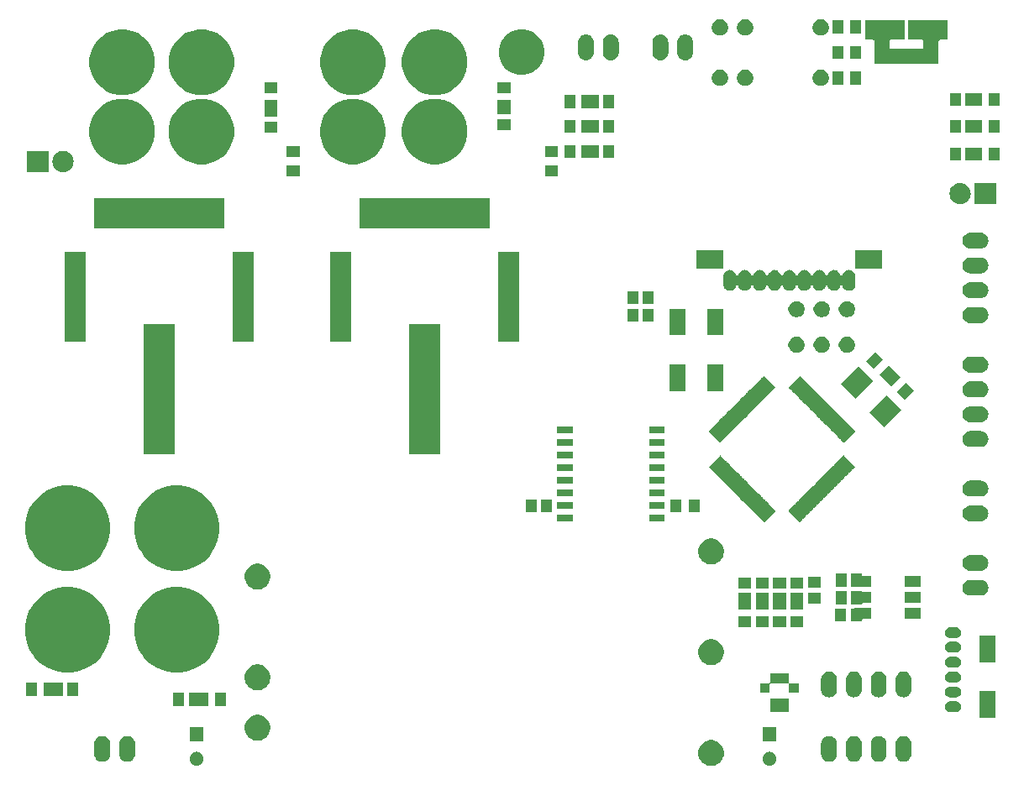
<source format=gbr>
G04 #@! TF.GenerationSoftware,KiCad,Pcbnew,(5.0.2)-1*
G04 #@! TF.CreationDate,2019-04-09T19:25:49+09:00*
G04 #@! TF.ProjectId,Electrocity_Manager,456c6563-7472-46f6-9369-74795f4d616e,rev?*
G04 #@! TF.SameCoordinates,Original*
G04 #@! TF.FileFunction,Soldermask,Top*
G04 #@! TF.FilePolarity,Negative*
%FSLAX46Y46*%
G04 Gerber Fmt 4.6, Leading zero omitted, Abs format (unit mm)*
G04 Created by KiCad (PCBNEW (5.0.2)-1) date 2019/04/09 19:25:49*
%MOMM*%
%LPD*%
G01*
G04 APERTURE LIST*
%ADD10C,0.100000*%
G04 APERTURE END LIST*
D10*
G36*
X118489485Y-170908996D02*
X118489487Y-170908997D01*
X118489488Y-170908997D01*
X118590892Y-170951000D01*
X118726255Y-171007069D01*
X118939342Y-171149449D01*
X119120551Y-171330658D01*
X119262931Y-171543745D01*
X119361004Y-171780515D01*
X119411000Y-172031861D01*
X119411000Y-172288139D01*
X119385179Y-172417951D01*
X119361003Y-172539488D01*
X119295691Y-172697165D01*
X119262931Y-172776255D01*
X119120551Y-172989342D01*
X118939342Y-173170551D01*
X118939339Y-173170553D01*
X118726255Y-173312931D01*
X118489488Y-173411003D01*
X118489487Y-173411003D01*
X118489485Y-173411004D01*
X118238139Y-173461000D01*
X117981861Y-173461000D01*
X117730515Y-173411004D01*
X117730513Y-173411003D01*
X117730512Y-173411003D01*
X117493745Y-173312931D01*
X117280661Y-173170553D01*
X117280658Y-173170551D01*
X117099449Y-172989342D01*
X116957069Y-172776255D01*
X116924309Y-172697165D01*
X116858997Y-172539488D01*
X116834822Y-172417951D01*
X116809000Y-172288139D01*
X116809000Y-172031861D01*
X116858996Y-171780515D01*
X116957069Y-171543745D01*
X117099449Y-171330658D01*
X117280658Y-171149449D01*
X117493745Y-171007069D01*
X117629108Y-170951000D01*
X117730512Y-170908997D01*
X117730513Y-170908997D01*
X117730515Y-170908996D01*
X117981861Y-170859000D01*
X118238139Y-170859000D01*
X118489485Y-170908996D01*
X118489485Y-170908996D01*
G37*
G36*
X124204472Y-172075938D02*
X124332049Y-172128782D01*
X124446865Y-172205500D01*
X124544500Y-172303135D01*
X124621218Y-172417951D01*
X124674062Y-172545528D01*
X124701000Y-172680956D01*
X124701000Y-172819044D01*
X124674062Y-172954472D01*
X124621218Y-173082049D01*
X124544500Y-173196865D01*
X124446865Y-173294500D01*
X124332049Y-173371218D01*
X124204472Y-173424062D01*
X124069044Y-173451000D01*
X123930956Y-173451000D01*
X123795528Y-173424062D01*
X123667951Y-173371218D01*
X123553135Y-173294500D01*
X123455500Y-173196865D01*
X123378782Y-173082049D01*
X123325938Y-172954472D01*
X123299000Y-172819044D01*
X123299000Y-172680956D01*
X123325938Y-172545528D01*
X123378782Y-172417951D01*
X123455500Y-172303135D01*
X123553135Y-172205500D01*
X123667951Y-172128782D01*
X123795528Y-172075938D01*
X123930956Y-172049000D01*
X124069044Y-172049000D01*
X124204472Y-172075938D01*
X124204472Y-172075938D01*
G37*
G36*
X66454472Y-172075938D02*
X66582049Y-172128782D01*
X66696865Y-172205500D01*
X66794500Y-172303135D01*
X66871218Y-172417951D01*
X66924062Y-172545528D01*
X66951000Y-172680956D01*
X66951000Y-172819044D01*
X66924062Y-172954472D01*
X66871218Y-173082049D01*
X66794500Y-173196865D01*
X66696865Y-173294500D01*
X66582049Y-173371218D01*
X66454472Y-173424062D01*
X66319044Y-173451000D01*
X66180956Y-173451000D01*
X66045528Y-173424062D01*
X65917951Y-173371218D01*
X65803135Y-173294500D01*
X65705500Y-173196865D01*
X65628782Y-173082049D01*
X65575938Y-172954472D01*
X65549000Y-172819044D01*
X65549000Y-172680956D01*
X65575938Y-172545528D01*
X65628782Y-172417951D01*
X65705500Y-172303135D01*
X65803135Y-172205500D01*
X65917951Y-172128782D01*
X66045528Y-172075938D01*
X66180956Y-172049000D01*
X66319044Y-172049000D01*
X66454472Y-172075938D01*
X66454472Y-172075938D01*
G37*
G36*
X137657024Y-170460590D02*
X137808011Y-170506392D01*
X137947161Y-170580768D01*
X138007822Y-170630551D01*
X138069133Y-170680867D01*
X138069134Y-170680869D01*
X138069136Y-170680870D01*
X138169230Y-170802835D01*
X138243608Y-170941988D01*
X138289410Y-171092975D01*
X138301000Y-171210654D01*
X138301000Y-172289346D01*
X138289410Y-172407025D01*
X138243608Y-172558012D01*
X138169230Y-172697165D01*
X138069133Y-172819133D01*
X137947165Y-172919230D01*
X137808012Y-172993608D01*
X137657025Y-173039410D01*
X137500000Y-173054875D01*
X137342976Y-173039410D01*
X137191989Y-172993608D01*
X137052836Y-172919230D01*
X136930868Y-172819133D01*
X136830771Y-172697165D01*
X136756393Y-172558012D01*
X136710591Y-172407025D01*
X136699001Y-172289346D01*
X136699000Y-171210655D01*
X136710590Y-171092976D01*
X136756392Y-170941989D01*
X136830768Y-170802839D01*
X136930865Y-170680870D01*
X136930867Y-170680867D01*
X136930869Y-170680866D01*
X136930870Y-170680864D01*
X137052835Y-170580770D01*
X137191988Y-170506392D01*
X137342975Y-170460590D01*
X137500000Y-170445125D01*
X137657024Y-170460590D01*
X137657024Y-170460590D01*
G37*
G36*
X59407025Y-170460590D02*
X59558012Y-170506392D01*
X59697165Y-170580770D01*
X59819133Y-170680867D01*
X59919230Y-170802835D01*
X59993608Y-170941988D01*
X60039410Y-171092975D01*
X60051000Y-171210654D01*
X60051000Y-172289346D01*
X60039410Y-172407025D01*
X59993608Y-172558012D01*
X59919230Y-172697165D01*
X59819136Y-172819130D01*
X59819134Y-172819131D01*
X59819133Y-172819133D01*
X59819129Y-172819136D01*
X59697161Y-172919232D01*
X59558011Y-172993608D01*
X59407024Y-173039410D01*
X59250000Y-173054875D01*
X59092975Y-173039410D01*
X58941988Y-172993608D01*
X58802835Y-172919230D01*
X58680870Y-172819136D01*
X58680869Y-172819134D01*
X58680867Y-172819133D01*
X58630819Y-172758148D01*
X58580768Y-172697161D01*
X58506392Y-172558011D01*
X58460590Y-172407024D01*
X58449000Y-172289345D01*
X58449001Y-171210654D01*
X58460591Y-171092975D01*
X58506393Y-170941988D01*
X58580771Y-170802835D01*
X58680868Y-170680867D01*
X58802836Y-170580770D01*
X58941989Y-170506392D01*
X59092976Y-170460590D01*
X59250000Y-170445125D01*
X59407025Y-170460590D01*
X59407025Y-170460590D01*
G37*
G36*
X56907025Y-170460590D02*
X57058012Y-170506392D01*
X57197165Y-170580770D01*
X57319133Y-170680867D01*
X57419230Y-170802835D01*
X57493608Y-170941988D01*
X57539410Y-171092975D01*
X57551000Y-171210654D01*
X57551000Y-172289346D01*
X57539410Y-172407025D01*
X57493608Y-172558012D01*
X57419230Y-172697165D01*
X57319136Y-172819130D01*
X57319134Y-172819131D01*
X57319133Y-172819133D01*
X57319129Y-172819136D01*
X57197161Y-172919232D01*
X57058011Y-172993608D01*
X56907024Y-173039410D01*
X56750000Y-173054875D01*
X56592975Y-173039410D01*
X56441988Y-172993608D01*
X56302835Y-172919230D01*
X56180870Y-172819136D01*
X56180869Y-172819134D01*
X56180867Y-172819133D01*
X56130819Y-172758148D01*
X56080768Y-172697161D01*
X56006392Y-172558011D01*
X55960590Y-172407024D01*
X55949000Y-172289345D01*
X55949001Y-171210654D01*
X55960591Y-171092975D01*
X56006393Y-170941988D01*
X56080771Y-170802835D01*
X56180868Y-170680867D01*
X56302836Y-170580770D01*
X56441989Y-170506392D01*
X56592976Y-170460590D01*
X56750000Y-170445125D01*
X56907025Y-170460590D01*
X56907025Y-170460590D01*
G37*
G36*
X132657024Y-170460590D02*
X132808011Y-170506392D01*
X132947161Y-170580768D01*
X133007822Y-170630551D01*
X133069133Y-170680867D01*
X133069134Y-170680869D01*
X133069136Y-170680870D01*
X133169230Y-170802835D01*
X133243608Y-170941988D01*
X133289410Y-171092975D01*
X133301000Y-171210654D01*
X133301000Y-172289346D01*
X133289410Y-172407025D01*
X133243608Y-172558012D01*
X133169230Y-172697165D01*
X133069133Y-172819133D01*
X132947165Y-172919230D01*
X132808012Y-172993608D01*
X132657025Y-173039410D01*
X132500000Y-173054875D01*
X132342976Y-173039410D01*
X132191989Y-172993608D01*
X132052836Y-172919230D01*
X131930868Y-172819133D01*
X131830771Y-172697165D01*
X131756393Y-172558012D01*
X131710591Y-172407025D01*
X131699001Y-172289346D01*
X131699000Y-171210655D01*
X131710590Y-171092976D01*
X131756392Y-170941989D01*
X131830768Y-170802839D01*
X131930865Y-170680870D01*
X131930867Y-170680867D01*
X131930869Y-170680866D01*
X131930870Y-170680864D01*
X132052835Y-170580770D01*
X132191988Y-170506392D01*
X132342975Y-170460590D01*
X132500000Y-170445125D01*
X132657024Y-170460590D01*
X132657024Y-170460590D01*
G37*
G36*
X130157024Y-170460590D02*
X130308011Y-170506392D01*
X130447161Y-170580768D01*
X130507822Y-170630551D01*
X130569133Y-170680867D01*
X130569134Y-170680869D01*
X130569136Y-170680870D01*
X130669230Y-170802835D01*
X130743608Y-170941988D01*
X130789410Y-171092975D01*
X130801000Y-171210654D01*
X130801000Y-172289346D01*
X130789410Y-172407025D01*
X130743608Y-172558012D01*
X130669230Y-172697165D01*
X130569133Y-172819133D01*
X130447165Y-172919230D01*
X130308012Y-172993608D01*
X130157025Y-173039410D01*
X130000000Y-173054875D01*
X129842976Y-173039410D01*
X129691989Y-172993608D01*
X129552836Y-172919230D01*
X129430868Y-172819133D01*
X129330771Y-172697165D01*
X129256393Y-172558012D01*
X129210591Y-172407025D01*
X129199001Y-172289346D01*
X129199000Y-171210655D01*
X129210590Y-171092976D01*
X129256392Y-170941989D01*
X129330768Y-170802839D01*
X129430865Y-170680870D01*
X129430867Y-170680867D01*
X129430869Y-170680866D01*
X129430870Y-170680864D01*
X129552835Y-170580770D01*
X129691988Y-170506392D01*
X129842975Y-170460590D01*
X130000000Y-170445125D01*
X130157024Y-170460590D01*
X130157024Y-170460590D01*
G37*
G36*
X135157024Y-170460590D02*
X135308011Y-170506392D01*
X135447161Y-170580768D01*
X135507822Y-170630551D01*
X135569133Y-170680867D01*
X135569134Y-170680869D01*
X135569136Y-170680870D01*
X135669230Y-170802835D01*
X135743608Y-170941988D01*
X135789410Y-171092975D01*
X135801000Y-171210654D01*
X135801000Y-172289346D01*
X135789410Y-172407025D01*
X135743608Y-172558012D01*
X135669230Y-172697165D01*
X135569133Y-172819133D01*
X135447165Y-172919230D01*
X135308012Y-172993608D01*
X135157025Y-173039410D01*
X135000000Y-173054875D01*
X134842976Y-173039410D01*
X134691989Y-172993608D01*
X134552836Y-172919230D01*
X134430868Y-172819133D01*
X134330771Y-172697165D01*
X134256393Y-172558012D01*
X134210591Y-172407025D01*
X134199001Y-172289346D01*
X134199000Y-171210655D01*
X134210590Y-171092976D01*
X134256392Y-170941989D01*
X134330768Y-170802839D01*
X134430865Y-170680870D01*
X134430867Y-170680867D01*
X134430869Y-170680866D01*
X134430870Y-170680864D01*
X134552835Y-170580770D01*
X134691988Y-170506392D01*
X134842975Y-170460590D01*
X135000000Y-170445125D01*
X135157024Y-170460590D01*
X135157024Y-170460590D01*
G37*
G36*
X124701000Y-170951000D02*
X123299000Y-170951000D01*
X123299000Y-169549000D01*
X124701000Y-169549000D01*
X124701000Y-170951000D01*
X124701000Y-170951000D01*
G37*
G36*
X66951000Y-170951000D02*
X65549000Y-170951000D01*
X65549000Y-169549000D01*
X66951000Y-169549000D01*
X66951000Y-170951000D01*
X66951000Y-170951000D01*
G37*
G36*
X72769485Y-168368996D02*
X72769487Y-168368997D01*
X72769488Y-168368997D01*
X73006255Y-168467069D01*
X73219342Y-168609449D01*
X73400551Y-168790658D01*
X73542931Y-169003745D01*
X73641004Y-169240515D01*
X73691000Y-169491861D01*
X73691000Y-169748139D01*
X73641004Y-169999485D01*
X73542931Y-170236255D01*
X73400551Y-170449342D01*
X73219342Y-170630551D01*
X73219339Y-170630553D01*
X73006255Y-170772931D01*
X72769488Y-170871003D01*
X72769487Y-170871003D01*
X72769485Y-170871004D01*
X72518139Y-170921000D01*
X72261861Y-170921000D01*
X72010515Y-170871004D01*
X72010513Y-170871003D01*
X72010512Y-170871003D01*
X71773745Y-170772931D01*
X71560661Y-170630553D01*
X71560658Y-170630551D01*
X71379449Y-170449342D01*
X71237069Y-170236255D01*
X71138996Y-169999485D01*
X71089000Y-169748139D01*
X71089000Y-169491861D01*
X71138996Y-169240515D01*
X71237069Y-169003745D01*
X71379449Y-168790658D01*
X71560658Y-168609449D01*
X71773745Y-168467069D01*
X72010512Y-168368997D01*
X72010513Y-168368997D01*
X72010515Y-168368996D01*
X72261861Y-168319000D01*
X72518139Y-168319000D01*
X72769485Y-168368996D01*
X72769485Y-168368996D01*
G37*
G36*
X146801000Y-168651000D02*
X145199000Y-168651000D01*
X145199000Y-165949000D01*
X146801000Y-165949000D01*
X146801000Y-168651000D01*
X146801000Y-168651000D01*
G37*
G36*
X125951000Y-168051000D02*
X124049000Y-168051000D01*
X124049000Y-166649000D01*
X125951000Y-166649000D01*
X125951000Y-168051000D01*
X125951000Y-168051000D01*
G37*
G36*
X142870015Y-166956973D02*
X142973879Y-166988479D01*
X143069600Y-167039644D01*
X143153501Y-167108499D01*
X143222356Y-167192400D01*
X143273521Y-167288121D01*
X143305027Y-167391985D01*
X143315666Y-167500000D01*
X143305027Y-167608015D01*
X143273521Y-167711879D01*
X143222356Y-167807600D01*
X143153501Y-167891501D01*
X143069600Y-167960356D01*
X142973879Y-168011521D01*
X142870015Y-168043027D01*
X142789067Y-168051000D01*
X142210933Y-168051000D01*
X142129985Y-168043027D01*
X142026121Y-168011521D01*
X141930400Y-167960356D01*
X141846499Y-167891501D01*
X141777644Y-167807600D01*
X141726479Y-167711879D01*
X141694973Y-167608015D01*
X141684334Y-167500000D01*
X141694973Y-167391985D01*
X141726479Y-167288121D01*
X141777644Y-167192400D01*
X141846499Y-167108499D01*
X141930400Y-167039644D01*
X142026121Y-166988479D01*
X142129985Y-166956973D01*
X142210933Y-166949000D01*
X142789067Y-166949000D01*
X142870015Y-166956973D01*
X142870015Y-166956973D01*
G37*
G36*
X67421000Y-167401000D02*
X65479000Y-167401000D01*
X65479000Y-166099000D01*
X67421000Y-166099000D01*
X67421000Y-167401000D01*
X67421000Y-167401000D01*
G37*
G36*
X65021000Y-167401000D02*
X63919000Y-167401000D01*
X63919000Y-166099000D01*
X65021000Y-166099000D01*
X65021000Y-167401000D01*
X65021000Y-167401000D01*
G37*
G36*
X69181000Y-167401000D02*
X68079000Y-167401000D01*
X68079000Y-166099000D01*
X69181000Y-166099000D01*
X69181000Y-167401000D01*
X69181000Y-167401000D01*
G37*
G36*
X135157025Y-163960590D02*
X135308012Y-164006392D01*
X135447165Y-164080770D01*
X135569133Y-164180867D01*
X135669230Y-164302835D01*
X135743608Y-164441988D01*
X135789410Y-164592975D01*
X135801000Y-164710654D01*
X135801000Y-165789346D01*
X135789410Y-165907025D01*
X135743608Y-166058012D01*
X135669230Y-166197165D01*
X135569136Y-166319130D01*
X135569134Y-166319131D01*
X135569133Y-166319133D01*
X135569129Y-166319136D01*
X135447161Y-166419232D01*
X135308011Y-166493608D01*
X135157024Y-166539410D01*
X135000000Y-166554875D01*
X134842975Y-166539410D01*
X134691988Y-166493608D01*
X134552835Y-166419230D01*
X134430870Y-166319136D01*
X134430869Y-166319134D01*
X134430867Y-166319133D01*
X134342847Y-166211879D01*
X134330768Y-166197161D01*
X134256392Y-166058011D01*
X134210590Y-165907024D01*
X134199000Y-165789345D01*
X134199001Y-164710654D01*
X134210591Y-164592975D01*
X134256393Y-164441988D01*
X134330771Y-164302835D01*
X134430868Y-164180867D01*
X134552836Y-164080770D01*
X134691989Y-164006392D01*
X134842976Y-163960590D01*
X135000000Y-163945125D01*
X135157025Y-163960590D01*
X135157025Y-163960590D01*
G37*
G36*
X137657025Y-163960590D02*
X137808012Y-164006392D01*
X137947165Y-164080770D01*
X138069133Y-164180867D01*
X138169230Y-164302835D01*
X138243608Y-164441988D01*
X138289410Y-164592975D01*
X138301000Y-164710654D01*
X138301000Y-165789346D01*
X138289410Y-165907025D01*
X138243608Y-166058012D01*
X138169230Y-166197165D01*
X138069136Y-166319130D01*
X138069134Y-166319131D01*
X138069133Y-166319133D01*
X138069129Y-166319136D01*
X137947161Y-166419232D01*
X137808011Y-166493608D01*
X137657024Y-166539410D01*
X137500000Y-166554875D01*
X137342975Y-166539410D01*
X137191988Y-166493608D01*
X137052835Y-166419230D01*
X136930870Y-166319136D01*
X136930869Y-166319134D01*
X136930867Y-166319133D01*
X136842847Y-166211879D01*
X136830768Y-166197161D01*
X136756392Y-166058011D01*
X136710590Y-165907024D01*
X136699000Y-165789345D01*
X136699001Y-164710654D01*
X136710591Y-164592975D01*
X136756393Y-164441988D01*
X136830771Y-164302835D01*
X136930868Y-164180867D01*
X137052836Y-164080770D01*
X137191989Y-164006392D01*
X137342976Y-163960590D01*
X137500000Y-163945125D01*
X137657025Y-163960590D01*
X137657025Y-163960590D01*
G37*
G36*
X130157025Y-163960590D02*
X130308012Y-164006392D01*
X130447165Y-164080770D01*
X130569133Y-164180867D01*
X130669230Y-164302835D01*
X130743608Y-164441988D01*
X130789410Y-164592975D01*
X130801000Y-164710654D01*
X130801000Y-165789346D01*
X130789410Y-165907025D01*
X130743608Y-166058012D01*
X130669230Y-166197165D01*
X130569136Y-166319130D01*
X130569134Y-166319131D01*
X130569133Y-166319133D01*
X130569129Y-166319136D01*
X130447161Y-166419232D01*
X130308011Y-166493608D01*
X130157024Y-166539410D01*
X130000000Y-166554875D01*
X129842975Y-166539410D01*
X129691988Y-166493608D01*
X129552835Y-166419230D01*
X129430870Y-166319136D01*
X129430869Y-166319134D01*
X129430867Y-166319133D01*
X129342847Y-166211879D01*
X129330768Y-166197161D01*
X129256392Y-166058011D01*
X129210590Y-165907024D01*
X129199000Y-165789345D01*
X129199001Y-164710654D01*
X129210591Y-164592975D01*
X129256393Y-164441988D01*
X129330771Y-164302835D01*
X129430868Y-164180867D01*
X129552836Y-164080770D01*
X129691989Y-164006392D01*
X129842976Y-163960590D01*
X130000000Y-163945125D01*
X130157025Y-163960590D01*
X130157025Y-163960590D01*
G37*
G36*
X132657025Y-163960590D02*
X132808012Y-164006392D01*
X132947165Y-164080770D01*
X133069133Y-164180867D01*
X133169230Y-164302835D01*
X133243608Y-164441988D01*
X133289410Y-164592975D01*
X133301000Y-164710654D01*
X133301000Y-165789346D01*
X133289410Y-165907025D01*
X133243608Y-166058012D01*
X133169230Y-166197165D01*
X133069136Y-166319130D01*
X133069134Y-166319131D01*
X133069133Y-166319133D01*
X133069129Y-166319136D01*
X132947161Y-166419232D01*
X132808011Y-166493608D01*
X132657024Y-166539410D01*
X132500000Y-166554875D01*
X132342975Y-166539410D01*
X132191988Y-166493608D01*
X132052835Y-166419230D01*
X131930870Y-166319136D01*
X131930869Y-166319134D01*
X131930867Y-166319133D01*
X131842847Y-166211879D01*
X131830768Y-166197161D01*
X131756392Y-166058011D01*
X131710590Y-165907024D01*
X131699000Y-165789345D01*
X131699001Y-164710654D01*
X131710591Y-164592975D01*
X131756393Y-164441988D01*
X131830771Y-164302835D01*
X131930868Y-164180867D01*
X132052836Y-164080770D01*
X132191989Y-164006392D01*
X132342976Y-163960590D01*
X132500000Y-163945125D01*
X132657025Y-163960590D01*
X132657025Y-163960590D01*
G37*
G36*
X142870015Y-165456973D02*
X142973879Y-165488479D01*
X143069600Y-165539644D01*
X143153501Y-165608499D01*
X143222356Y-165692400D01*
X143273521Y-165788121D01*
X143305027Y-165891985D01*
X143315666Y-166000000D01*
X143305027Y-166108015D01*
X143273521Y-166211879D01*
X143222356Y-166307600D01*
X143153501Y-166391501D01*
X143069600Y-166460356D01*
X142973879Y-166511521D01*
X142870015Y-166543027D01*
X142789067Y-166551000D01*
X142210933Y-166551000D01*
X142129985Y-166543027D01*
X142026121Y-166511521D01*
X141930400Y-166460356D01*
X141846499Y-166391501D01*
X141777644Y-166307600D01*
X141726479Y-166211879D01*
X141694973Y-166108015D01*
X141684334Y-166000000D01*
X141694973Y-165891985D01*
X141726479Y-165788121D01*
X141777644Y-165692400D01*
X141846499Y-165608499D01*
X141930400Y-165539644D01*
X142026121Y-165488479D01*
X142129985Y-165456973D01*
X142210933Y-165449000D01*
X142789067Y-165449000D01*
X142870015Y-165456973D01*
X142870015Y-165456973D01*
G37*
G36*
X50171000Y-166401000D02*
X49069000Y-166401000D01*
X49069000Y-165099000D01*
X50171000Y-165099000D01*
X50171000Y-166401000D01*
X50171000Y-166401000D01*
G37*
G36*
X52771000Y-166401000D02*
X50829000Y-166401000D01*
X50829000Y-165099000D01*
X52771000Y-165099000D01*
X52771000Y-166401000D01*
X52771000Y-166401000D01*
G37*
G36*
X54331000Y-166401000D02*
X53229000Y-166401000D01*
X53229000Y-165099000D01*
X54331000Y-165099000D01*
X54331000Y-166401000D01*
X54331000Y-166401000D01*
G37*
G36*
X125951000Y-165024000D02*
X125953402Y-165048386D01*
X125960515Y-165071835D01*
X125972066Y-165093446D01*
X125987612Y-165112388D01*
X126006554Y-165127934D01*
X126028165Y-165139485D01*
X126051614Y-165146598D01*
X126076000Y-165149000D01*
X126926000Y-165149000D01*
X126926000Y-166051000D01*
X125974000Y-166051000D01*
X125974000Y-165251000D01*
X125971598Y-165226614D01*
X125964485Y-165203165D01*
X125952934Y-165181554D01*
X125937388Y-165162612D01*
X125918446Y-165147066D01*
X125896835Y-165135515D01*
X125873386Y-165128402D01*
X125849000Y-165126000D01*
X124151000Y-165126000D01*
X124126614Y-165128402D01*
X124103165Y-165135515D01*
X124081554Y-165147066D01*
X124062612Y-165162612D01*
X124047066Y-165181554D01*
X124035515Y-165203165D01*
X124028402Y-165226614D01*
X124026000Y-165251000D01*
X124026000Y-166051000D01*
X123074000Y-166051000D01*
X123074000Y-165149000D01*
X123924000Y-165149000D01*
X123948386Y-165146598D01*
X123971835Y-165139485D01*
X123993446Y-165127934D01*
X124012388Y-165112388D01*
X124027934Y-165093446D01*
X124039485Y-165071835D01*
X124046598Y-165048386D01*
X124049000Y-165024000D01*
X124049000Y-164174000D01*
X125951000Y-164174000D01*
X125951000Y-165024000D01*
X125951000Y-165024000D01*
G37*
G36*
X72769485Y-163288996D02*
X72769487Y-163288997D01*
X72769488Y-163288997D01*
X72814402Y-163307601D01*
X73006255Y-163387069D01*
X73219342Y-163529449D01*
X73400551Y-163710658D01*
X73400553Y-163710661D01*
X73542931Y-163923745D01*
X73619459Y-164108499D01*
X73641004Y-164160515D01*
X73691000Y-164411861D01*
X73691000Y-164668139D01*
X73646571Y-164891500D01*
X73641003Y-164919488D01*
X73587612Y-165048386D01*
X73542931Y-165156255D01*
X73400551Y-165369342D01*
X73219342Y-165550551D01*
X73219339Y-165550553D01*
X73006255Y-165692931D01*
X72769488Y-165791003D01*
X72769487Y-165791003D01*
X72769485Y-165791004D01*
X72518139Y-165841000D01*
X72261861Y-165841000D01*
X72010515Y-165791004D01*
X72010513Y-165791003D01*
X72010512Y-165791003D01*
X71773745Y-165692931D01*
X71560661Y-165550553D01*
X71560658Y-165550551D01*
X71379449Y-165369342D01*
X71237069Y-165156255D01*
X71192388Y-165048386D01*
X71138997Y-164919488D01*
X71133430Y-164891500D01*
X71089000Y-164668139D01*
X71089000Y-164411861D01*
X71138996Y-164160515D01*
X71160542Y-164108499D01*
X71237069Y-163923745D01*
X71379447Y-163710661D01*
X71379449Y-163710658D01*
X71560658Y-163529449D01*
X71773745Y-163387069D01*
X71965598Y-163307601D01*
X72010512Y-163288997D01*
X72010513Y-163288997D01*
X72010515Y-163288996D01*
X72261861Y-163239000D01*
X72518139Y-163239000D01*
X72769485Y-163288996D01*
X72769485Y-163288996D01*
G37*
G36*
X142870015Y-163956973D02*
X142973879Y-163988479D01*
X143069600Y-164039644D01*
X143153501Y-164108499D01*
X143222356Y-164192400D01*
X143273521Y-164288121D01*
X143305027Y-164391985D01*
X143315666Y-164500000D01*
X143305027Y-164608015D01*
X143273521Y-164711879D01*
X143222356Y-164807600D01*
X143153501Y-164891501D01*
X143069600Y-164960356D01*
X142973879Y-165011521D01*
X142870015Y-165043027D01*
X142789067Y-165051000D01*
X142210933Y-165051000D01*
X142129985Y-165043027D01*
X142026121Y-165011521D01*
X141930400Y-164960356D01*
X141846499Y-164891501D01*
X141777644Y-164807600D01*
X141726479Y-164711879D01*
X141694973Y-164608015D01*
X141684334Y-164500000D01*
X141694973Y-164391985D01*
X141726479Y-164288121D01*
X141777644Y-164192400D01*
X141846499Y-164108499D01*
X141930400Y-164039644D01*
X142026121Y-163988479D01*
X142129985Y-163956973D01*
X142210933Y-163949000D01*
X142789067Y-163949000D01*
X142870015Y-163956973D01*
X142870015Y-163956973D01*
G37*
G36*
X65504555Y-155614284D02*
X66287286Y-155938502D01*
X66287288Y-155938503D01*
X66812457Y-156289410D01*
X66991731Y-156409197D01*
X67590803Y-157008269D01*
X67590805Y-157008272D01*
X67961054Y-157562388D01*
X68061498Y-157712714D01*
X68385716Y-158495445D01*
X68551000Y-159326387D01*
X68551000Y-160173613D01*
X68385716Y-161004555D01*
X68061498Y-161787286D01*
X68061497Y-161787288D01*
X67665803Y-162379485D01*
X67590803Y-162491731D01*
X66991731Y-163090803D01*
X66991728Y-163090805D01*
X66287288Y-163561497D01*
X66287287Y-163561498D01*
X66287286Y-163561498D01*
X65504555Y-163885716D01*
X64673613Y-164051000D01*
X63826387Y-164051000D01*
X62995445Y-163885716D01*
X62212714Y-163561498D01*
X62212713Y-163561498D01*
X62212712Y-163561497D01*
X61508272Y-163090805D01*
X61508269Y-163090803D01*
X60909197Y-162491731D01*
X60834197Y-162379485D01*
X60438503Y-161787288D01*
X60438502Y-161787286D01*
X60114284Y-161004555D01*
X59949000Y-160173613D01*
X59949000Y-159326387D01*
X60114284Y-158495445D01*
X60438502Y-157712714D01*
X60538947Y-157562388D01*
X60909195Y-157008272D01*
X60909197Y-157008269D01*
X61508269Y-156409197D01*
X61687543Y-156289410D01*
X62212712Y-155938503D01*
X62212714Y-155938502D01*
X62995445Y-155614284D01*
X63826387Y-155449000D01*
X64673613Y-155449000D01*
X65504555Y-155614284D01*
X65504555Y-155614284D01*
G37*
G36*
X54504555Y-155614284D02*
X55287286Y-155938502D01*
X55287288Y-155938503D01*
X55812457Y-156289410D01*
X55991731Y-156409197D01*
X56590803Y-157008269D01*
X56590805Y-157008272D01*
X56961054Y-157562388D01*
X57061498Y-157712714D01*
X57385716Y-158495445D01*
X57551000Y-159326387D01*
X57551000Y-160173613D01*
X57385716Y-161004555D01*
X57061498Y-161787286D01*
X57061497Y-161787288D01*
X56665803Y-162379485D01*
X56590803Y-162491731D01*
X55991731Y-163090803D01*
X55991728Y-163090805D01*
X55287288Y-163561497D01*
X55287287Y-163561498D01*
X55287286Y-163561498D01*
X54504555Y-163885716D01*
X53673613Y-164051000D01*
X52826387Y-164051000D01*
X51995445Y-163885716D01*
X51212714Y-163561498D01*
X51212713Y-163561498D01*
X51212712Y-163561497D01*
X50508272Y-163090805D01*
X50508269Y-163090803D01*
X49909197Y-162491731D01*
X49834197Y-162379485D01*
X49438503Y-161787288D01*
X49438502Y-161787286D01*
X49114284Y-161004555D01*
X48949000Y-160173613D01*
X48949000Y-159326387D01*
X49114284Y-158495445D01*
X49438502Y-157712714D01*
X49538947Y-157562388D01*
X49909195Y-157008272D01*
X49909197Y-157008269D01*
X50508269Y-156409197D01*
X50687543Y-156289410D01*
X51212712Y-155938503D01*
X51212714Y-155938502D01*
X51995445Y-155614284D01*
X52826387Y-155449000D01*
X53673613Y-155449000D01*
X54504555Y-155614284D01*
X54504555Y-155614284D01*
G37*
G36*
X142870015Y-162456973D02*
X142973879Y-162488479D01*
X143069600Y-162539644D01*
X143153501Y-162608499D01*
X143222356Y-162692400D01*
X143273521Y-162788121D01*
X143305027Y-162891985D01*
X143315666Y-163000000D01*
X143305027Y-163108015D01*
X143273521Y-163211879D01*
X143222356Y-163307600D01*
X143153501Y-163391501D01*
X143069600Y-163460356D01*
X142973879Y-163511521D01*
X142870015Y-163543027D01*
X142789067Y-163551000D01*
X142210933Y-163551000D01*
X142129985Y-163543027D01*
X142026121Y-163511521D01*
X141930400Y-163460356D01*
X141846499Y-163391501D01*
X141777644Y-163307600D01*
X141726479Y-163211879D01*
X141694973Y-163108015D01*
X141684334Y-163000000D01*
X141694973Y-162891985D01*
X141726479Y-162788121D01*
X141777644Y-162692400D01*
X141846499Y-162608499D01*
X141930400Y-162539644D01*
X142026121Y-162488479D01*
X142129985Y-162456973D01*
X142210933Y-162449000D01*
X142789067Y-162449000D01*
X142870015Y-162456973D01*
X142870015Y-162456973D01*
G37*
G36*
X118489485Y-160748996D02*
X118489487Y-160748997D01*
X118489488Y-160748997D01*
X118726255Y-160847069D01*
X118939342Y-160989449D01*
X119120551Y-161170658D01*
X119120553Y-161170661D01*
X119262931Y-161383745D01*
X119355827Y-161608015D01*
X119361004Y-161620515D01*
X119411000Y-161871861D01*
X119411000Y-162128139D01*
X119361004Y-162379485D01*
X119262931Y-162616255D01*
X119120551Y-162829342D01*
X118939342Y-163010551D01*
X118939339Y-163010553D01*
X118726255Y-163152931D01*
X118489488Y-163251003D01*
X118489487Y-163251003D01*
X118489485Y-163251004D01*
X118238139Y-163301000D01*
X117981861Y-163301000D01*
X117730515Y-163251004D01*
X117730513Y-163251003D01*
X117730512Y-163251003D01*
X117493745Y-163152931D01*
X117280661Y-163010553D01*
X117280658Y-163010551D01*
X117099449Y-162829342D01*
X116957069Y-162616255D01*
X116858996Y-162379485D01*
X116809000Y-162128139D01*
X116809000Y-161871861D01*
X116858996Y-161620515D01*
X116864174Y-161608015D01*
X116957069Y-161383745D01*
X117099447Y-161170661D01*
X117099449Y-161170658D01*
X117280658Y-160989449D01*
X117493745Y-160847069D01*
X117730512Y-160748997D01*
X117730513Y-160748997D01*
X117730515Y-160748996D01*
X117981861Y-160699000D01*
X118238139Y-160699000D01*
X118489485Y-160748996D01*
X118489485Y-160748996D01*
G37*
G36*
X146801000Y-163051000D02*
X145199000Y-163051000D01*
X145199000Y-160349000D01*
X146801000Y-160349000D01*
X146801000Y-163051000D01*
X146801000Y-163051000D01*
G37*
G36*
X142870015Y-160956973D02*
X142973879Y-160988479D01*
X143069600Y-161039644D01*
X143153501Y-161108499D01*
X143222356Y-161192400D01*
X143273521Y-161288121D01*
X143305027Y-161391985D01*
X143315666Y-161500000D01*
X143305027Y-161608015D01*
X143273521Y-161711879D01*
X143222356Y-161807600D01*
X143153501Y-161891501D01*
X143069600Y-161960356D01*
X142973879Y-162011521D01*
X142870015Y-162043027D01*
X142789067Y-162051000D01*
X142210933Y-162051000D01*
X142129985Y-162043027D01*
X142026121Y-162011521D01*
X141930400Y-161960356D01*
X141846499Y-161891501D01*
X141777644Y-161807600D01*
X141726479Y-161711879D01*
X141694973Y-161608015D01*
X141684334Y-161500000D01*
X141694973Y-161391985D01*
X141726479Y-161288121D01*
X141777644Y-161192400D01*
X141846499Y-161108499D01*
X141930400Y-161039644D01*
X142026121Y-160988479D01*
X142129985Y-160956973D01*
X142210933Y-160949000D01*
X142789067Y-160949000D01*
X142870015Y-160956973D01*
X142870015Y-160956973D01*
G37*
G36*
X142870015Y-159456973D02*
X142973879Y-159488479D01*
X143069600Y-159539644D01*
X143153501Y-159608499D01*
X143222356Y-159692400D01*
X143273521Y-159788121D01*
X143305027Y-159891985D01*
X143315666Y-160000000D01*
X143305027Y-160108015D01*
X143273521Y-160211879D01*
X143222356Y-160307600D01*
X143153501Y-160391501D01*
X143069600Y-160460356D01*
X142973879Y-160511521D01*
X142870015Y-160543027D01*
X142789067Y-160551000D01*
X142210933Y-160551000D01*
X142129985Y-160543027D01*
X142026121Y-160511521D01*
X141930400Y-160460356D01*
X141846499Y-160391501D01*
X141777644Y-160307600D01*
X141726479Y-160211879D01*
X141694973Y-160108015D01*
X141684334Y-160000000D01*
X141694973Y-159891985D01*
X141726479Y-159788121D01*
X141777644Y-159692400D01*
X141846499Y-159608499D01*
X141930400Y-159539644D01*
X142026121Y-159488479D01*
X142129985Y-159456973D01*
X142210933Y-159449000D01*
X142789067Y-159449000D01*
X142870015Y-159456973D01*
X142870015Y-159456973D01*
G37*
G36*
X123901000Y-159461000D02*
X122599000Y-159461000D01*
X122599000Y-158359000D01*
X123901000Y-158359000D01*
X123901000Y-159461000D01*
X123901000Y-159461000D01*
G37*
G36*
X127401000Y-159461000D02*
X126099000Y-159461000D01*
X126099000Y-158359000D01*
X127401000Y-158359000D01*
X127401000Y-159461000D01*
X127401000Y-159461000D01*
G37*
G36*
X122151000Y-159461000D02*
X120849000Y-159461000D01*
X120849000Y-158359000D01*
X122151000Y-158359000D01*
X122151000Y-159461000D01*
X122151000Y-159461000D01*
G37*
G36*
X125651000Y-159461000D02*
X124349000Y-159461000D01*
X124349000Y-158359000D01*
X125651000Y-158359000D01*
X125651000Y-159461000D01*
X125651000Y-159461000D01*
G37*
G36*
X131741000Y-158901000D02*
X130639000Y-158901000D01*
X130639000Y-157599000D01*
X131741000Y-157599000D01*
X131741000Y-158901000D01*
X131741000Y-158901000D01*
G37*
G36*
X134201000Y-158651000D02*
X133426000Y-158651000D01*
X133401614Y-158653402D01*
X133378165Y-158660515D01*
X133356554Y-158672066D01*
X133337612Y-158687612D01*
X133322066Y-158706554D01*
X133310515Y-158728165D01*
X133303402Y-158751614D01*
X133301000Y-158776000D01*
X133301000Y-158901000D01*
X132199000Y-158901000D01*
X132199000Y-157599000D01*
X132474000Y-157599000D01*
X132498386Y-157596598D01*
X132521835Y-157589485D01*
X132543446Y-157577934D01*
X132562388Y-157562388D01*
X132573376Y-157549000D01*
X134201000Y-157549000D01*
X134201000Y-158651000D01*
X134201000Y-158651000D01*
G37*
G36*
X139201000Y-158651000D02*
X137599000Y-158651000D01*
X137599000Y-157549000D01*
X139201000Y-157549000D01*
X139201000Y-158651000D01*
X139201000Y-158651000D01*
G37*
G36*
X123901000Y-157701000D02*
X122599000Y-157701000D01*
X122599000Y-156009000D01*
X123901000Y-156009000D01*
X123901000Y-157701000D01*
X123901000Y-157701000D01*
G37*
G36*
X125651000Y-157701000D02*
X124349000Y-157701000D01*
X124349000Y-156009000D01*
X125651000Y-156009000D01*
X125651000Y-157701000D01*
X125651000Y-157701000D01*
G37*
G36*
X127401000Y-157701000D02*
X126099000Y-157701000D01*
X126099000Y-156009000D01*
X127401000Y-156009000D01*
X127401000Y-157701000D01*
X127401000Y-157701000D01*
G37*
G36*
X122151000Y-157701000D02*
X120849000Y-157701000D01*
X120849000Y-156009000D01*
X122151000Y-156009000D01*
X122151000Y-157701000D01*
X122151000Y-157701000D01*
G37*
G36*
X131771000Y-157151000D02*
X130669000Y-157151000D01*
X130669000Y-155849000D01*
X131771000Y-155849000D01*
X131771000Y-157151000D01*
X131771000Y-157151000D01*
G37*
G36*
X133340515Y-155871835D02*
X133352066Y-155893446D01*
X133367612Y-155912388D01*
X133386554Y-155927934D01*
X133408165Y-155939485D01*
X133431614Y-155946598D01*
X133456000Y-155949000D01*
X134201000Y-155949000D01*
X134201000Y-157051000D01*
X133456000Y-157051000D01*
X133431614Y-157053402D01*
X133408165Y-157060515D01*
X133386554Y-157072066D01*
X133367612Y-157087612D01*
X133352066Y-157106554D01*
X133340515Y-157128165D01*
X133333588Y-157151000D01*
X132229000Y-157151000D01*
X132229000Y-155849000D01*
X133333588Y-155849000D01*
X133340515Y-155871835D01*
X133340515Y-155871835D01*
G37*
G36*
X129151000Y-157081000D02*
X127849000Y-157081000D01*
X127849000Y-155979000D01*
X129151000Y-155979000D01*
X129151000Y-157081000D01*
X129151000Y-157081000D01*
G37*
G36*
X139201000Y-157051000D02*
X137599000Y-157051000D01*
X137599000Y-155949000D01*
X139201000Y-155949000D01*
X139201000Y-157051000D01*
X139201000Y-157051000D01*
G37*
G36*
X145407025Y-154710590D02*
X145558012Y-154756392D01*
X145697165Y-154830770D01*
X145819133Y-154930867D01*
X145919230Y-155052835D01*
X145993608Y-155191988D01*
X146039410Y-155342975D01*
X146054875Y-155500000D01*
X146039410Y-155657025D01*
X145993608Y-155808012D01*
X145919230Y-155947165D01*
X145819133Y-156069133D01*
X145697165Y-156169230D01*
X145558012Y-156243608D01*
X145407025Y-156289410D01*
X145289346Y-156301000D01*
X144210654Y-156301000D01*
X144092975Y-156289410D01*
X143941988Y-156243608D01*
X143802835Y-156169230D01*
X143680867Y-156069133D01*
X143580770Y-155947165D01*
X143506392Y-155808012D01*
X143460590Y-155657025D01*
X143445125Y-155500000D01*
X143460590Y-155342975D01*
X143506392Y-155191988D01*
X143580770Y-155052835D01*
X143680867Y-154930867D01*
X143802835Y-154830770D01*
X143941988Y-154756392D01*
X144092975Y-154710590D01*
X144210654Y-154699000D01*
X145289346Y-154699000D01*
X145407025Y-154710590D01*
X145407025Y-154710590D01*
G37*
G36*
X72769485Y-153128996D02*
X72769487Y-153128997D01*
X72769488Y-153128997D01*
X73006255Y-153227069D01*
X73219342Y-153369449D01*
X73400551Y-153550658D01*
X73400553Y-153550661D01*
X73542931Y-153763745D01*
X73558363Y-153801000D01*
X73641004Y-154000515D01*
X73691000Y-154251861D01*
X73691000Y-154508139D01*
X73650730Y-154710590D01*
X73641003Y-154759488D01*
X73570016Y-154930867D01*
X73542931Y-154996255D01*
X73400551Y-155209342D01*
X73219342Y-155390551D01*
X73219339Y-155390553D01*
X73006255Y-155532931D01*
X72769488Y-155631003D01*
X72769487Y-155631003D01*
X72769485Y-155631004D01*
X72518139Y-155681000D01*
X72261861Y-155681000D01*
X72010515Y-155631004D01*
X72010513Y-155631003D01*
X72010512Y-155631003D01*
X71773745Y-155532931D01*
X71560661Y-155390553D01*
X71560658Y-155390551D01*
X71379449Y-155209342D01*
X71237069Y-154996255D01*
X71209984Y-154930867D01*
X71138997Y-154759488D01*
X71129271Y-154710590D01*
X71089000Y-154508139D01*
X71089000Y-154251861D01*
X71138996Y-154000515D01*
X71221638Y-153801000D01*
X71237069Y-153763745D01*
X71379447Y-153550661D01*
X71379449Y-153550658D01*
X71560658Y-153369449D01*
X71773745Y-153227069D01*
X72010512Y-153128997D01*
X72010513Y-153128997D01*
X72010515Y-153128996D01*
X72261861Y-153079000D01*
X72518139Y-153079000D01*
X72769485Y-153128996D01*
X72769485Y-153128996D01*
G37*
G36*
X122151000Y-155551000D02*
X120849000Y-155551000D01*
X120849000Y-154449000D01*
X122151000Y-154449000D01*
X122151000Y-155551000D01*
X122151000Y-155551000D01*
G37*
G36*
X125651000Y-155551000D02*
X124349000Y-155551000D01*
X124349000Y-154449000D01*
X125651000Y-154449000D01*
X125651000Y-155551000D01*
X125651000Y-155551000D01*
G37*
G36*
X123901000Y-155551000D02*
X122599000Y-155551000D01*
X122599000Y-154449000D01*
X123901000Y-154449000D01*
X123901000Y-155551000D01*
X123901000Y-155551000D01*
G37*
G36*
X127401000Y-155551000D02*
X126099000Y-155551000D01*
X126099000Y-154449000D01*
X127401000Y-154449000D01*
X127401000Y-155551000D01*
X127401000Y-155551000D01*
G37*
G36*
X129151000Y-155521000D02*
X127849000Y-155521000D01*
X127849000Y-154419000D01*
X129151000Y-154419000D01*
X129151000Y-155521000D01*
X129151000Y-155521000D01*
G37*
G36*
X139201000Y-155451000D02*
X137599000Y-155451000D01*
X137599000Y-154349000D01*
X139201000Y-154349000D01*
X139201000Y-155451000D01*
X139201000Y-155451000D01*
G37*
G36*
X133331000Y-154224000D02*
X133333402Y-154248386D01*
X133340515Y-154271835D01*
X133352066Y-154293446D01*
X133367612Y-154312388D01*
X133386554Y-154327934D01*
X133408165Y-154339485D01*
X133431614Y-154346598D01*
X133456000Y-154349000D01*
X134201000Y-154349000D01*
X134201000Y-155451000D01*
X132573376Y-155451000D01*
X132562388Y-155437612D01*
X132543446Y-155422066D01*
X132521835Y-155410515D01*
X132498386Y-155403402D01*
X132474000Y-155401000D01*
X132229000Y-155401000D01*
X132229000Y-154099000D01*
X133331000Y-154099000D01*
X133331000Y-154224000D01*
X133331000Y-154224000D01*
G37*
G36*
X131771000Y-155401000D02*
X130669000Y-155401000D01*
X130669000Y-154099000D01*
X131771000Y-154099000D01*
X131771000Y-155401000D01*
X131771000Y-155401000D01*
G37*
G36*
X54504555Y-145364284D02*
X55287286Y-145688502D01*
X55287288Y-145688503D01*
X55892795Y-146093090D01*
X55991731Y-146159197D01*
X56590803Y-146758269D01*
X56590805Y-146758272D01*
X57060306Y-147460929D01*
X57061498Y-147462714D01*
X57385716Y-148245445D01*
X57551000Y-149076387D01*
X57551000Y-149923613D01*
X57385716Y-150754555D01*
X57061498Y-151537286D01*
X57061497Y-151537288D01*
X56773613Y-151968137D01*
X56590803Y-152241731D01*
X55991731Y-152840803D01*
X55991728Y-152840805D01*
X55287288Y-153311497D01*
X55287287Y-153311498D01*
X55287286Y-153311498D01*
X54504555Y-153635716D01*
X53673613Y-153801000D01*
X52826387Y-153801000D01*
X51995445Y-153635716D01*
X51212714Y-153311498D01*
X51212713Y-153311498D01*
X51212712Y-153311497D01*
X50508272Y-152840805D01*
X50508269Y-152840803D01*
X49909197Y-152241731D01*
X49726387Y-151968137D01*
X49438503Y-151537288D01*
X49438502Y-151537286D01*
X49114284Y-150754555D01*
X48949000Y-149923613D01*
X48949000Y-149076387D01*
X49114284Y-148245445D01*
X49438502Y-147462714D01*
X49439695Y-147460929D01*
X49909195Y-146758272D01*
X49909197Y-146758269D01*
X50508269Y-146159197D01*
X50607205Y-146093090D01*
X51212712Y-145688503D01*
X51212714Y-145688502D01*
X51995445Y-145364284D01*
X52826387Y-145199000D01*
X53673613Y-145199000D01*
X54504555Y-145364284D01*
X54504555Y-145364284D01*
G37*
G36*
X145407025Y-152210590D02*
X145558012Y-152256392D01*
X145697165Y-152330770D01*
X145819133Y-152430867D01*
X145919230Y-152552835D01*
X145993608Y-152691988D01*
X146039410Y-152842975D01*
X146054875Y-153000000D01*
X146039410Y-153157025D01*
X145993608Y-153308012D01*
X145919230Y-153447165D01*
X145819133Y-153569133D01*
X145697165Y-153669230D01*
X145558012Y-153743608D01*
X145407025Y-153789410D01*
X145289346Y-153801000D01*
X144210654Y-153801000D01*
X144092975Y-153789410D01*
X143941988Y-153743608D01*
X143802835Y-153669230D01*
X143680867Y-153569133D01*
X143580770Y-153447165D01*
X143506392Y-153308012D01*
X143460590Y-153157025D01*
X143445125Y-153000000D01*
X143460590Y-152842975D01*
X143506392Y-152691988D01*
X143580770Y-152552835D01*
X143680867Y-152430867D01*
X143802835Y-152330770D01*
X143941988Y-152256392D01*
X144092975Y-152210590D01*
X144210654Y-152199000D01*
X145289346Y-152199000D01*
X145407025Y-152210590D01*
X145407025Y-152210590D01*
G37*
G36*
X65504555Y-145364284D02*
X66287286Y-145688502D01*
X66287288Y-145688503D01*
X66892795Y-146093090D01*
X66991731Y-146159197D01*
X67590803Y-146758269D01*
X67590805Y-146758272D01*
X68060306Y-147460929D01*
X68061498Y-147462714D01*
X68385716Y-148245445D01*
X68551000Y-149076387D01*
X68551000Y-149923613D01*
X68385716Y-150754555D01*
X68061498Y-151537286D01*
X68061497Y-151537288D01*
X67773613Y-151968137D01*
X67590803Y-152241731D01*
X66991731Y-152840803D01*
X66991728Y-152840805D01*
X66287288Y-153311497D01*
X66287287Y-153311498D01*
X66287286Y-153311498D01*
X65504555Y-153635716D01*
X64673613Y-153801000D01*
X63826387Y-153801000D01*
X62995445Y-153635716D01*
X62212714Y-153311498D01*
X62212713Y-153311498D01*
X62212712Y-153311497D01*
X61508272Y-152840805D01*
X61508269Y-152840803D01*
X60909197Y-152241731D01*
X60726387Y-151968137D01*
X60438503Y-151537288D01*
X60438502Y-151537286D01*
X60114284Y-150754555D01*
X59949000Y-149923613D01*
X59949000Y-149076387D01*
X60114284Y-148245445D01*
X60438502Y-147462714D01*
X60439695Y-147460929D01*
X60909195Y-146758272D01*
X60909197Y-146758269D01*
X61508269Y-146159197D01*
X61607205Y-146093090D01*
X62212712Y-145688503D01*
X62212714Y-145688502D01*
X62995445Y-145364284D01*
X63826387Y-145199000D01*
X64673613Y-145199000D01*
X65504555Y-145364284D01*
X65504555Y-145364284D01*
G37*
G36*
X118489485Y-150588996D02*
X118489487Y-150588997D01*
X118489488Y-150588997D01*
X118726255Y-150687069D01*
X118939342Y-150829449D01*
X119120551Y-151010658D01*
X119262931Y-151223745D01*
X119361004Y-151460515D01*
X119411000Y-151711861D01*
X119411000Y-151968139D01*
X119365079Y-152199000D01*
X119361003Y-152219488D01*
X119314908Y-152330771D01*
X119262931Y-152456255D01*
X119120551Y-152669342D01*
X118939342Y-152850551D01*
X118939339Y-152850553D01*
X118726255Y-152992931D01*
X118489488Y-153091003D01*
X118489487Y-153091003D01*
X118489485Y-153091004D01*
X118238139Y-153141000D01*
X117981861Y-153141000D01*
X117730515Y-153091004D01*
X117730513Y-153091003D01*
X117730512Y-153091003D01*
X117493745Y-152992931D01*
X117280661Y-152850553D01*
X117280658Y-152850551D01*
X117099449Y-152669342D01*
X116957069Y-152456255D01*
X116905092Y-152330771D01*
X116858997Y-152219488D01*
X116854922Y-152199000D01*
X116809000Y-151968139D01*
X116809000Y-151711861D01*
X116858996Y-151460515D01*
X116957069Y-151223745D01*
X117099449Y-151010658D01*
X117280658Y-150829449D01*
X117493745Y-150687069D01*
X117730512Y-150588997D01*
X117730513Y-150588997D01*
X117730515Y-150588996D01*
X117981861Y-150539000D01*
X118238139Y-150539000D01*
X118489485Y-150588996D01*
X118489485Y-150588996D01*
G37*
G36*
X131479832Y-142152045D02*
X131486851Y-142154174D01*
X131493314Y-142157629D01*
X131503754Y-142166197D01*
X132609465Y-143271908D01*
X132618033Y-143282348D01*
X132621488Y-143288811D01*
X132623617Y-143295830D01*
X132624335Y-143303123D01*
X132623617Y-143310416D01*
X132621488Y-143317435D01*
X132618033Y-143323898D01*
X132609465Y-143334338D01*
X132387638Y-143556165D01*
X132377198Y-143564733D01*
X132370736Y-143568187D01*
X132355795Y-143572720D01*
X132333156Y-143582098D01*
X132312782Y-143595713D01*
X132295456Y-143613040D01*
X132281842Y-143633415D01*
X132272467Y-143656048D01*
X132267934Y-143670989D01*
X132264480Y-143677451D01*
X132255912Y-143687891D01*
X132034085Y-143909718D01*
X132023645Y-143918286D01*
X132017183Y-143921740D01*
X132002242Y-143926273D01*
X131979603Y-143935651D01*
X131959229Y-143949266D01*
X131941903Y-143966593D01*
X131928289Y-143986968D01*
X131918914Y-144009601D01*
X131914381Y-144024542D01*
X131910927Y-144031004D01*
X131902359Y-144041444D01*
X131680532Y-144263271D01*
X131670092Y-144271839D01*
X131663629Y-144275294D01*
X131648689Y-144279826D01*
X131626051Y-144289204D01*
X131605676Y-144302818D01*
X131588349Y-144320145D01*
X131574736Y-144340520D01*
X131565360Y-144363155D01*
X131560828Y-144378095D01*
X131557373Y-144384558D01*
X131548805Y-144394998D01*
X131326978Y-144616825D01*
X131316538Y-144625393D01*
X131310076Y-144628847D01*
X131295135Y-144633380D01*
X131272496Y-144642758D01*
X131252122Y-144656373D01*
X131234796Y-144673700D01*
X131221182Y-144694075D01*
X131211807Y-144716708D01*
X131207274Y-144731649D01*
X131203820Y-144738111D01*
X131195252Y-144748551D01*
X130973425Y-144970378D01*
X130962985Y-144978946D01*
X130956522Y-144982401D01*
X130941582Y-144986933D01*
X130918944Y-144996311D01*
X130898569Y-145009925D01*
X130881242Y-145027252D01*
X130867629Y-145047627D01*
X130858253Y-145070262D01*
X130853721Y-145085202D01*
X130850266Y-145091665D01*
X130841698Y-145102105D01*
X130619871Y-145323932D01*
X130609431Y-145332500D01*
X130602969Y-145335954D01*
X130588028Y-145340487D01*
X130565389Y-145349865D01*
X130545015Y-145363480D01*
X130527689Y-145380807D01*
X130514075Y-145401182D01*
X130504700Y-145423815D01*
X130500167Y-145438756D01*
X130496713Y-145445218D01*
X130488145Y-145455658D01*
X130266318Y-145677485D01*
X130255878Y-145686053D01*
X130249416Y-145689507D01*
X130234475Y-145694040D01*
X130211836Y-145703418D01*
X130191462Y-145717033D01*
X130174136Y-145734360D01*
X130160522Y-145754735D01*
X130151147Y-145777368D01*
X130146614Y-145792309D01*
X130143160Y-145798771D01*
X130134592Y-145809211D01*
X129912765Y-146031038D01*
X129902325Y-146039606D01*
X129895862Y-146043061D01*
X129880922Y-146047593D01*
X129858284Y-146056971D01*
X129837909Y-146070585D01*
X129820582Y-146087912D01*
X129806969Y-146108287D01*
X129797593Y-146130922D01*
X129793061Y-146145862D01*
X129789606Y-146152325D01*
X129781038Y-146162765D01*
X129559211Y-146384592D01*
X129548771Y-146393160D01*
X129542309Y-146396614D01*
X129527368Y-146401147D01*
X129504729Y-146410525D01*
X129484355Y-146424140D01*
X129467029Y-146441467D01*
X129453415Y-146461842D01*
X129444040Y-146484475D01*
X129439507Y-146499416D01*
X129436053Y-146505878D01*
X129427485Y-146516318D01*
X129205658Y-146738145D01*
X129195218Y-146746713D01*
X129188756Y-146750167D01*
X129173815Y-146754700D01*
X129151176Y-146764078D01*
X129130802Y-146777693D01*
X129113476Y-146795020D01*
X129099862Y-146815395D01*
X129090487Y-146838028D01*
X129085954Y-146852969D01*
X129082500Y-146859431D01*
X129073932Y-146869871D01*
X128852105Y-147091698D01*
X128841665Y-147100266D01*
X128835202Y-147103721D01*
X128820262Y-147108253D01*
X128797624Y-147117631D01*
X128777249Y-147131245D01*
X128759922Y-147148572D01*
X128746309Y-147168947D01*
X128736933Y-147191582D01*
X128732401Y-147206522D01*
X128728946Y-147212985D01*
X128720378Y-147223425D01*
X128498551Y-147445252D01*
X128488111Y-147453820D01*
X128481649Y-147457274D01*
X128466708Y-147461807D01*
X128444069Y-147471185D01*
X128423695Y-147484800D01*
X128406369Y-147502127D01*
X128392755Y-147522502D01*
X128383380Y-147545135D01*
X128378847Y-147560076D01*
X128375393Y-147566538D01*
X128366825Y-147576978D01*
X128144998Y-147798805D01*
X128134558Y-147807373D01*
X128128095Y-147810828D01*
X128113155Y-147815360D01*
X128090517Y-147824738D01*
X128070142Y-147838352D01*
X128052815Y-147855679D01*
X128039202Y-147876054D01*
X128029826Y-147898689D01*
X128025294Y-147913629D01*
X128021839Y-147920092D01*
X128013271Y-147930532D01*
X127791444Y-148152359D01*
X127781004Y-148160927D01*
X127774542Y-148164381D01*
X127759601Y-148168914D01*
X127736962Y-148178292D01*
X127716588Y-148191907D01*
X127699262Y-148209234D01*
X127685648Y-148229609D01*
X127676273Y-148252242D01*
X127671740Y-148267183D01*
X127668286Y-148273645D01*
X127659718Y-148284085D01*
X127437891Y-148505912D01*
X127427451Y-148514480D01*
X127420989Y-148517934D01*
X127406048Y-148522467D01*
X127383409Y-148531845D01*
X127363035Y-148545460D01*
X127345709Y-148562787D01*
X127332095Y-148583162D01*
X127322720Y-148605795D01*
X127318187Y-148620736D01*
X127314733Y-148627198D01*
X127306165Y-148637638D01*
X127084338Y-148859465D01*
X127073898Y-148868033D01*
X127067435Y-148871488D01*
X127060416Y-148873617D01*
X127053123Y-148874335D01*
X127045830Y-148873617D01*
X127038811Y-148871488D01*
X127032348Y-148868033D01*
X127021908Y-148859465D01*
X125916197Y-147753754D01*
X125907629Y-147743314D01*
X125904174Y-147736851D01*
X125902045Y-147729832D01*
X125901327Y-147722539D01*
X125902045Y-147715246D01*
X125904174Y-147708227D01*
X125907629Y-147701764D01*
X125916197Y-147691324D01*
X126138024Y-147469497D01*
X126148464Y-147460929D01*
X126154926Y-147457475D01*
X126169867Y-147452942D01*
X126192506Y-147443564D01*
X126212880Y-147429949D01*
X126230206Y-147412622D01*
X126243820Y-147392247D01*
X126253195Y-147369614D01*
X126257728Y-147354673D01*
X126261182Y-147348211D01*
X126269750Y-147337771D01*
X126491577Y-147115944D01*
X126502017Y-147107376D01*
X126508479Y-147103922D01*
X126523420Y-147099389D01*
X126546059Y-147090011D01*
X126566433Y-147076396D01*
X126583759Y-147059069D01*
X126597373Y-147038694D01*
X126606748Y-147016061D01*
X126611281Y-147001120D01*
X126614735Y-146994658D01*
X126623303Y-146984218D01*
X126845130Y-146762391D01*
X126855570Y-146753823D01*
X126862033Y-146750368D01*
X126876973Y-146745836D01*
X126899611Y-146736458D01*
X126919986Y-146722844D01*
X126937313Y-146705517D01*
X126950926Y-146685142D01*
X126960302Y-146662507D01*
X126964834Y-146647567D01*
X126968289Y-146641104D01*
X126976857Y-146630664D01*
X127198684Y-146408837D01*
X127209124Y-146400269D01*
X127215586Y-146396815D01*
X127230527Y-146392282D01*
X127253166Y-146382904D01*
X127273540Y-146369289D01*
X127290866Y-146351962D01*
X127304480Y-146331587D01*
X127313855Y-146308954D01*
X127318388Y-146294013D01*
X127321842Y-146287551D01*
X127330410Y-146277111D01*
X127552237Y-146055284D01*
X127562677Y-146046716D01*
X127569140Y-146043261D01*
X127584080Y-146038729D01*
X127606718Y-146029351D01*
X127627093Y-146015737D01*
X127644420Y-145998410D01*
X127658033Y-145978035D01*
X127667409Y-145955400D01*
X127671941Y-145940460D01*
X127675396Y-145933997D01*
X127683964Y-145923557D01*
X127905791Y-145701730D01*
X127916231Y-145693162D01*
X127922693Y-145689708D01*
X127937634Y-145685175D01*
X127960273Y-145675797D01*
X127980647Y-145662182D01*
X127997973Y-145644855D01*
X128011587Y-145624480D01*
X128020962Y-145601847D01*
X128025495Y-145586906D01*
X128028949Y-145580444D01*
X128037517Y-145570004D01*
X128259344Y-145348177D01*
X128269784Y-145339609D01*
X128276246Y-145336155D01*
X128291187Y-145331622D01*
X128313826Y-145322244D01*
X128334200Y-145308629D01*
X128351526Y-145291302D01*
X128365140Y-145270927D01*
X128374515Y-145248294D01*
X128379048Y-145233353D01*
X128382502Y-145226891D01*
X128391070Y-145216451D01*
X128612897Y-144994624D01*
X128623337Y-144986056D01*
X128629800Y-144982601D01*
X128644740Y-144978069D01*
X128667378Y-144968691D01*
X128687753Y-144955077D01*
X128705080Y-144937750D01*
X128718693Y-144917375D01*
X128728069Y-144894740D01*
X128732601Y-144879800D01*
X128736056Y-144873337D01*
X128744624Y-144862897D01*
X128966451Y-144641070D01*
X128976891Y-144632502D01*
X128983353Y-144629048D01*
X128998294Y-144624515D01*
X129020933Y-144615137D01*
X129041307Y-144601522D01*
X129058633Y-144584195D01*
X129072247Y-144563820D01*
X129081622Y-144541187D01*
X129086155Y-144526246D01*
X129089609Y-144519784D01*
X129098177Y-144509344D01*
X129320004Y-144287517D01*
X129330444Y-144278949D01*
X129336906Y-144275495D01*
X129351847Y-144270962D01*
X129374486Y-144261584D01*
X129394860Y-144247969D01*
X129412186Y-144230642D01*
X129425800Y-144210267D01*
X129435175Y-144187634D01*
X129439708Y-144172693D01*
X129443162Y-144166231D01*
X129451730Y-144155791D01*
X129673557Y-143933964D01*
X129683997Y-143925396D01*
X129690460Y-143921941D01*
X129705400Y-143917409D01*
X129728038Y-143908031D01*
X129748413Y-143894417D01*
X129765740Y-143877090D01*
X129779353Y-143856715D01*
X129788729Y-143834080D01*
X129793261Y-143819140D01*
X129796716Y-143812677D01*
X129805284Y-143802237D01*
X130027111Y-143580410D01*
X130037551Y-143571842D01*
X130044013Y-143568388D01*
X130058954Y-143563855D01*
X130081593Y-143554477D01*
X130101967Y-143540862D01*
X130119293Y-143523535D01*
X130132907Y-143503160D01*
X130142282Y-143480527D01*
X130146815Y-143465586D01*
X130150269Y-143459124D01*
X130158837Y-143448684D01*
X130380664Y-143226857D01*
X130391104Y-143218289D01*
X130397567Y-143214834D01*
X130412507Y-143210302D01*
X130435145Y-143200924D01*
X130455520Y-143187310D01*
X130472847Y-143169983D01*
X130486460Y-143149608D01*
X130495836Y-143126973D01*
X130500368Y-143112033D01*
X130503823Y-143105570D01*
X130512391Y-143095130D01*
X130734218Y-142873303D01*
X130744658Y-142864735D01*
X130751120Y-142861281D01*
X130766061Y-142856748D01*
X130788700Y-142847370D01*
X130809074Y-142833755D01*
X130826400Y-142816428D01*
X130840014Y-142796053D01*
X130849389Y-142773420D01*
X130853922Y-142758479D01*
X130857376Y-142752017D01*
X130865944Y-142741577D01*
X131087771Y-142519750D01*
X131098211Y-142511182D01*
X131104673Y-142507728D01*
X131119614Y-142503195D01*
X131142253Y-142493817D01*
X131162627Y-142480202D01*
X131179953Y-142462875D01*
X131193567Y-142442500D01*
X131202942Y-142419867D01*
X131207475Y-142404926D01*
X131210929Y-142398464D01*
X131219497Y-142388024D01*
X131441324Y-142166197D01*
X131451764Y-142157629D01*
X131458227Y-142154174D01*
X131465246Y-142152045D01*
X131472539Y-142151327D01*
X131479832Y-142152045D01*
X131479832Y-142152045D01*
G37*
G36*
X119034754Y-142152045D02*
X119041773Y-142154174D01*
X119048236Y-142157629D01*
X119058676Y-142166197D01*
X119280503Y-142388024D01*
X119289071Y-142398464D01*
X119292525Y-142404926D01*
X119297058Y-142419867D01*
X119306436Y-142442506D01*
X119320051Y-142462880D01*
X119337378Y-142480206D01*
X119357753Y-142493820D01*
X119380386Y-142503195D01*
X119395327Y-142507728D01*
X119401789Y-142511182D01*
X119412229Y-142519750D01*
X119634056Y-142741577D01*
X119642624Y-142752017D01*
X119646078Y-142758479D01*
X119650611Y-142773420D01*
X119659989Y-142796059D01*
X119673604Y-142816433D01*
X119690931Y-142833759D01*
X119711306Y-142847373D01*
X119733939Y-142856748D01*
X119748880Y-142861281D01*
X119755342Y-142864735D01*
X119765782Y-142873303D01*
X119987609Y-143095130D01*
X119996177Y-143105570D01*
X119999632Y-143112033D01*
X120004164Y-143126973D01*
X120013542Y-143149611D01*
X120027156Y-143169986D01*
X120044483Y-143187313D01*
X120064858Y-143200926D01*
X120087493Y-143210302D01*
X120102433Y-143214834D01*
X120108896Y-143218289D01*
X120119336Y-143226857D01*
X120341163Y-143448684D01*
X120349731Y-143459124D01*
X120353185Y-143465586D01*
X120357718Y-143480527D01*
X120367096Y-143503166D01*
X120380711Y-143523540D01*
X120398038Y-143540866D01*
X120418413Y-143554480D01*
X120441046Y-143563855D01*
X120455987Y-143568388D01*
X120462449Y-143571842D01*
X120472889Y-143580410D01*
X120694716Y-143802237D01*
X120703284Y-143812677D01*
X120706739Y-143819140D01*
X120711271Y-143834080D01*
X120720649Y-143856718D01*
X120734263Y-143877093D01*
X120751590Y-143894420D01*
X120771965Y-143908033D01*
X120794600Y-143917409D01*
X120809540Y-143921941D01*
X120816003Y-143925396D01*
X120826443Y-143933964D01*
X121048270Y-144155791D01*
X121056838Y-144166231D01*
X121060292Y-144172693D01*
X121064825Y-144187634D01*
X121074203Y-144210273D01*
X121087818Y-144230647D01*
X121105145Y-144247973D01*
X121125520Y-144261587D01*
X121148153Y-144270962D01*
X121163094Y-144275495D01*
X121169556Y-144278949D01*
X121179996Y-144287517D01*
X121401823Y-144509344D01*
X121410391Y-144519784D01*
X121413845Y-144526246D01*
X121418378Y-144541187D01*
X121427756Y-144563826D01*
X121441371Y-144584200D01*
X121458698Y-144601526D01*
X121479073Y-144615140D01*
X121501706Y-144624515D01*
X121516647Y-144629048D01*
X121523109Y-144632502D01*
X121533549Y-144641070D01*
X121755376Y-144862897D01*
X121763944Y-144873337D01*
X121767399Y-144879800D01*
X121771931Y-144894740D01*
X121781309Y-144917378D01*
X121794923Y-144937753D01*
X121812250Y-144955080D01*
X121832625Y-144968693D01*
X121855260Y-144978069D01*
X121870200Y-144982601D01*
X121876663Y-144986056D01*
X121887103Y-144994624D01*
X122108930Y-145216451D01*
X122117498Y-145226891D01*
X122120952Y-145233353D01*
X122125485Y-145248294D01*
X122134863Y-145270933D01*
X122148478Y-145291307D01*
X122165805Y-145308633D01*
X122186180Y-145322247D01*
X122208813Y-145331622D01*
X122223754Y-145336155D01*
X122230216Y-145339609D01*
X122240656Y-145348177D01*
X122462483Y-145570004D01*
X122471051Y-145580444D01*
X122474505Y-145586906D01*
X122479038Y-145601847D01*
X122488416Y-145624486D01*
X122502031Y-145644860D01*
X122519358Y-145662186D01*
X122539733Y-145675800D01*
X122562366Y-145685175D01*
X122577307Y-145689708D01*
X122583769Y-145693162D01*
X122594209Y-145701730D01*
X122816036Y-145923557D01*
X122824604Y-145933997D01*
X122828059Y-145940460D01*
X122832591Y-145955400D01*
X122841969Y-145978038D01*
X122855583Y-145998413D01*
X122872910Y-146015740D01*
X122893285Y-146029353D01*
X122915920Y-146038729D01*
X122930860Y-146043261D01*
X122937323Y-146046716D01*
X122947763Y-146055284D01*
X123169590Y-146277111D01*
X123178158Y-146287551D01*
X123181612Y-146294013D01*
X123186145Y-146308954D01*
X123195523Y-146331593D01*
X123209138Y-146351967D01*
X123226465Y-146369293D01*
X123246840Y-146382907D01*
X123269473Y-146392282D01*
X123284414Y-146396815D01*
X123290876Y-146400269D01*
X123301316Y-146408837D01*
X123523143Y-146630664D01*
X123531711Y-146641104D01*
X123535166Y-146647567D01*
X123539698Y-146662507D01*
X123549076Y-146685145D01*
X123562690Y-146705520D01*
X123580017Y-146722847D01*
X123600392Y-146736460D01*
X123623027Y-146745836D01*
X123637967Y-146750368D01*
X123644430Y-146753823D01*
X123654870Y-146762391D01*
X123876697Y-146984218D01*
X123885265Y-146994658D01*
X123888719Y-147001120D01*
X123893252Y-147016061D01*
X123902630Y-147038700D01*
X123916245Y-147059074D01*
X123933572Y-147076400D01*
X123953947Y-147090014D01*
X123976580Y-147099389D01*
X123991521Y-147103922D01*
X123997983Y-147107376D01*
X124008423Y-147115944D01*
X124230250Y-147337771D01*
X124238818Y-147348211D01*
X124242272Y-147354673D01*
X124246805Y-147369614D01*
X124256183Y-147392253D01*
X124269798Y-147412627D01*
X124287125Y-147429953D01*
X124307500Y-147443567D01*
X124330133Y-147452942D01*
X124345074Y-147457475D01*
X124351536Y-147460929D01*
X124361976Y-147469497D01*
X124583803Y-147691324D01*
X124592371Y-147701764D01*
X124595826Y-147708227D01*
X124597955Y-147715246D01*
X124598673Y-147722539D01*
X124597955Y-147729832D01*
X124595826Y-147736851D01*
X124592371Y-147743314D01*
X124583803Y-147753754D01*
X123478092Y-148859465D01*
X123467652Y-148868033D01*
X123461189Y-148871488D01*
X123454170Y-148873617D01*
X123446877Y-148874335D01*
X123439584Y-148873617D01*
X123432565Y-148871488D01*
X123426102Y-148868033D01*
X123415662Y-148859465D01*
X123193835Y-148637638D01*
X123185267Y-148627198D01*
X123181813Y-148620736D01*
X123177280Y-148605795D01*
X123167902Y-148583156D01*
X123154287Y-148562782D01*
X123136960Y-148545456D01*
X123116585Y-148531842D01*
X123093952Y-148522467D01*
X123079011Y-148517934D01*
X123072549Y-148514480D01*
X123062109Y-148505912D01*
X122840282Y-148284085D01*
X122831714Y-148273645D01*
X122828260Y-148267183D01*
X122823727Y-148252242D01*
X122814349Y-148229603D01*
X122800734Y-148209229D01*
X122783407Y-148191903D01*
X122763032Y-148178289D01*
X122740399Y-148168914D01*
X122725458Y-148164381D01*
X122718996Y-148160927D01*
X122708556Y-148152359D01*
X122486729Y-147930532D01*
X122478161Y-147920092D01*
X122474706Y-147913629D01*
X122470174Y-147898689D01*
X122460796Y-147876051D01*
X122447182Y-147855676D01*
X122429855Y-147838349D01*
X122409480Y-147824736D01*
X122386845Y-147815360D01*
X122371905Y-147810828D01*
X122365442Y-147807373D01*
X122355002Y-147798805D01*
X122133175Y-147576978D01*
X122124607Y-147566538D01*
X122121153Y-147560076D01*
X122116620Y-147545135D01*
X122107242Y-147522496D01*
X122093627Y-147502122D01*
X122076300Y-147484796D01*
X122055925Y-147471182D01*
X122033292Y-147461807D01*
X122018351Y-147457274D01*
X122011889Y-147453820D01*
X122001449Y-147445252D01*
X121779622Y-147223425D01*
X121771054Y-147212985D01*
X121767599Y-147206522D01*
X121763067Y-147191582D01*
X121753689Y-147168944D01*
X121740075Y-147148569D01*
X121722748Y-147131242D01*
X121702373Y-147117629D01*
X121679738Y-147108253D01*
X121664798Y-147103721D01*
X121658335Y-147100266D01*
X121647895Y-147091698D01*
X121426068Y-146869871D01*
X121417500Y-146859431D01*
X121414046Y-146852969D01*
X121409513Y-146838028D01*
X121400135Y-146815389D01*
X121386520Y-146795015D01*
X121369193Y-146777689D01*
X121348818Y-146764075D01*
X121326185Y-146754700D01*
X121311244Y-146750167D01*
X121304782Y-146746713D01*
X121294342Y-146738145D01*
X121072515Y-146516318D01*
X121063947Y-146505878D01*
X121060493Y-146499416D01*
X121055960Y-146484475D01*
X121046582Y-146461836D01*
X121032967Y-146441462D01*
X121015640Y-146424136D01*
X120995265Y-146410522D01*
X120972632Y-146401147D01*
X120957691Y-146396614D01*
X120951229Y-146393160D01*
X120940789Y-146384592D01*
X120718962Y-146162765D01*
X120710394Y-146152325D01*
X120706939Y-146145862D01*
X120702407Y-146130922D01*
X120693029Y-146108284D01*
X120679415Y-146087909D01*
X120662088Y-146070582D01*
X120641713Y-146056969D01*
X120619078Y-146047593D01*
X120604138Y-146043061D01*
X120597675Y-146039606D01*
X120587235Y-146031038D01*
X120365408Y-145809211D01*
X120356840Y-145798771D01*
X120353386Y-145792309D01*
X120348853Y-145777368D01*
X120339475Y-145754729D01*
X120325860Y-145734355D01*
X120308533Y-145717029D01*
X120288158Y-145703415D01*
X120265525Y-145694040D01*
X120250584Y-145689507D01*
X120244122Y-145686053D01*
X120233682Y-145677485D01*
X120011855Y-145455658D01*
X120003287Y-145445218D01*
X119999833Y-145438756D01*
X119995300Y-145423815D01*
X119985922Y-145401176D01*
X119972307Y-145380802D01*
X119954980Y-145363476D01*
X119934605Y-145349862D01*
X119911972Y-145340487D01*
X119897031Y-145335954D01*
X119890569Y-145332500D01*
X119880129Y-145323932D01*
X119658302Y-145102105D01*
X119649734Y-145091665D01*
X119646279Y-145085202D01*
X119641747Y-145070262D01*
X119632369Y-145047624D01*
X119618755Y-145027249D01*
X119601428Y-145009922D01*
X119581053Y-144996309D01*
X119558418Y-144986933D01*
X119543478Y-144982401D01*
X119537015Y-144978946D01*
X119526575Y-144970378D01*
X119304748Y-144748551D01*
X119296180Y-144738111D01*
X119292726Y-144731649D01*
X119288193Y-144716708D01*
X119278815Y-144694069D01*
X119265200Y-144673695D01*
X119247873Y-144656369D01*
X119227498Y-144642755D01*
X119204865Y-144633380D01*
X119189924Y-144628847D01*
X119183462Y-144625393D01*
X119173022Y-144616825D01*
X118951195Y-144394998D01*
X118942627Y-144384558D01*
X118939172Y-144378095D01*
X118934640Y-144363155D01*
X118925262Y-144340517D01*
X118911648Y-144320142D01*
X118894321Y-144302815D01*
X118873946Y-144289202D01*
X118851311Y-144279826D01*
X118836371Y-144275294D01*
X118829908Y-144271839D01*
X118819468Y-144263271D01*
X118597641Y-144041444D01*
X118589073Y-144031004D01*
X118585619Y-144024542D01*
X118581086Y-144009601D01*
X118571708Y-143986962D01*
X118558093Y-143966588D01*
X118540766Y-143949262D01*
X118520391Y-143935648D01*
X118497758Y-143926273D01*
X118482817Y-143921740D01*
X118476355Y-143918286D01*
X118465915Y-143909718D01*
X118244088Y-143687891D01*
X118235520Y-143677451D01*
X118232066Y-143670989D01*
X118227533Y-143656048D01*
X118218155Y-143633409D01*
X118204540Y-143613035D01*
X118187213Y-143595709D01*
X118166838Y-143582095D01*
X118144205Y-143572720D01*
X118129264Y-143568187D01*
X118122802Y-143564733D01*
X118112362Y-143556165D01*
X117890535Y-143334338D01*
X117881967Y-143323898D01*
X117878512Y-143317435D01*
X117876383Y-143310416D01*
X117875665Y-143303123D01*
X117876383Y-143295830D01*
X117878512Y-143288811D01*
X117881967Y-143282348D01*
X117890535Y-143271908D01*
X118996246Y-142166197D01*
X119006686Y-142157629D01*
X119013149Y-142154174D01*
X119020168Y-142152045D01*
X119027461Y-142151327D01*
X119034754Y-142152045D01*
X119034754Y-142152045D01*
G37*
G36*
X145407025Y-147210590D02*
X145558012Y-147256392D01*
X145697165Y-147330770D01*
X145819133Y-147430867D01*
X145919230Y-147552835D01*
X145993608Y-147691988D01*
X146039410Y-147842975D01*
X146054875Y-148000000D01*
X146039410Y-148157025D01*
X145993608Y-148308012D01*
X145919230Y-148447165D01*
X145819133Y-148569133D01*
X145697165Y-148669230D01*
X145558012Y-148743608D01*
X145407025Y-148789410D01*
X145289346Y-148801000D01*
X144210654Y-148801000D01*
X144092975Y-148789410D01*
X143941988Y-148743608D01*
X143802835Y-148669230D01*
X143680867Y-148569133D01*
X143580770Y-148447165D01*
X143506392Y-148308012D01*
X143460590Y-148157025D01*
X143445125Y-148000000D01*
X143460590Y-147842975D01*
X143506392Y-147691988D01*
X143580770Y-147552835D01*
X143680867Y-147430867D01*
X143802835Y-147330770D01*
X143941988Y-147256392D01*
X144092975Y-147210590D01*
X144210654Y-147199000D01*
X145289346Y-147199000D01*
X145407025Y-147210590D01*
X145407025Y-147210590D01*
G37*
G36*
X104151000Y-148796000D02*
X102549000Y-148796000D01*
X102549000Y-148094000D01*
X104151000Y-148094000D01*
X104151000Y-148796000D01*
X104151000Y-148796000D01*
G37*
G36*
X113451000Y-148796000D02*
X111849000Y-148796000D01*
X111849000Y-148094000D01*
X113451000Y-148094000D01*
X113451000Y-148796000D01*
X113451000Y-148796000D01*
G37*
G36*
X102081000Y-147901000D02*
X100979000Y-147901000D01*
X100979000Y-146599000D01*
X102081000Y-146599000D01*
X102081000Y-147901000D01*
X102081000Y-147901000D01*
G37*
G36*
X100521000Y-147901000D02*
X99419000Y-147901000D01*
X99419000Y-146599000D01*
X100521000Y-146599000D01*
X100521000Y-147901000D01*
X100521000Y-147901000D01*
G37*
G36*
X115101000Y-147901000D02*
X113999000Y-147901000D01*
X113999000Y-146599000D01*
X115101000Y-146599000D01*
X115101000Y-147901000D01*
X115101000Y-147901000D01*
G37*
G36*
X116981000Y-147901000D02*
X115879000Y-147901000D01*
X115879000Y-146599000D01*
X116981000Y-146599000D01*
X116981000Y-147901000D01*
X116981000Y-147901000D01*
G37*
G36*
X113451000Y-147526000D02*
X111849000Y-147526000D01*
X111849000Y-146824000D01*
X113451000Y-146824000D01*
X113451000Y-147526000D01*
X113451000Y-147526000D01*
G37*
G36*
X104151000Y-147526000D02*
X102549000Y-147526000D01*
X102549000Y-146824000D01*
X104151000Y-146824000D01*
X104151000Y-147526000D01*
X104151000Y-147526000D01*
G37*
G36*
X145407025Y-144710590D02*
X145558012Y-144756392D01*
X145697165Y-144830770D01*
X145819133Y-144930867D01*
X145919230Y-145052835D01*
X145993608Y-145191988D01*
X146039410Y-145342975D01*
X146054875Y-145500000D01*
X146039410Y-145657025D01*
X145993608Y-145808012D01*
X145919230Y-145947165D01*
X145819133Y-146069133D01*
X145697165Y-146169230D01*
X145558012Y-146243608D01*
X145407025Y-146289410D01*
X145289346Y-146301000D01*
X144210654Y-146301000D01*
X144092975Y-146289410D01*
X143941988Y-146243608D01*
X143802835Y-146169230D01*
X143680867Y-146069133D01*
X143580770Y-145947165D01*
X143506392Y-145808012D01*
X143460590Y-145657025D01*
X143445125Y-145500000D01*
X143460590Y-145342975D01*
X143506392Y-145191988D01*
X143580770Y-145052835D01*
X143680867Y-144930867D01*
X143802835Y-144830770D01*
X143941988Y-144756392D01*
X144092975Y-144710590D01*
X144210654Y-144699000D01*
X145289346Y-144699000D01*
X145407025Y-144710590D01*
X145407025Y-144710590D01*
G37*
G36*
X104151000Y-146256000D02*
X102549000Y-146256000D01*
X102549000Y-145554000D01*
X104151000Y-145554000D01*
X104151000Y-146256000D01*
X104151000Y-146256000D01*
G37*
G36*
X113451000Y-146256000D02*
X111849000Y-146256000D01*
X111849000Y-145554000D01*
X113451000Y-145554000D01*
X113451000Y-146256000D01*
X113451000Y-146256000D01*
G37*
G36*
X104151000Y-144986000D02*
X102549000Y-144986000D01*
X102549000Y-144284000D01*
X104151000Y-144284000D01*
X104151000Y-144986000D01*
X104151000Y-144986000D01*
G37*
G36*
X113451000Y-144986000D02*
X111849000Y-144986000D01*
X111849000Y-144284000D01*
X113451000Y-144284000D01*
X113451000Y-144986000D01*
X113451000Y-144986000D01*
G37*
G36*
X113451000Y-143716000D02*
X111849000Y-143716000D01*
X111849000Y-143014000D01*
X113451000Y-143014000D01*
X113451000Y-143716000D01*
X113451000Y-143716000D01*
G37*
G36*
X104151000Y-143716000D02*
X102549000Y-143716000D01*
X102549000Y-143014000D01*
X104151000Y-143014000D01*
X104151000Y-143716000D01*
X104151000Y-143716000D01*
G37*
G36*
X113451000Y-142446000D02*
X111849000Y-142446000D01*
X111849000Y-141744000D01*
X113451000Y-141744000D01*
X113451000Y-142446000D01*
X113451000Y-142446000D01*
G37*
G36*
X104151000Y-142446000D02*
X102549000Y-142446000D01*
X102549000Y-141744000D01*
X104151000Y-141744000D01*
X104151000Y-142446000D01*
X104151000Y-142446000D01*
G37*
G36*
X64051000Y-142051000D02*
X60949000Y-142051000D01*
X60949000Y-128949000D01*
X64051000Y-128949000D01*
X64051000Y-142051000D01*
X64051000Y-142051000D01*
G37*
G36*
X90801000Y-142051000D02*
X87699000Y-142051000D01*
X87699000Y-128949000D01*
X90801000Y-128949000D01*
X90801000Y-142051000D01*
X90801000Y-142051000D01*
G37*
G36*
X145407025Y-139710590D02*
X145558012Y-139756392D01*
X145697165Y-139830770D01*
X145819133Y-139930867D01*
X145919230Y-140052835D01*
X145993608Y-140191988D01*
X146039410Y-140342975D01*
X146054875Y-140500000D01*
X146039410Y-140657025D01*
X145993608Y-140808012D01*
X145919230Y-140947165D01*
X145819133Y-141069133D01*
X145697165Y-141169230D01*
X145558012Y-141243608D01*
X145407025Y-141289410D01*
X145289346Y-141301000D01*
X144210654Y-141301000D01*
X144092975Y-141289410D01*
X143941988Y-141243608D01*
X143802835Y-141169230D01*
X143680867Y-141069133D01*
X143580770Y-140947165D01*
X143506392Y-140808012D01*
X143460590Y-140657025D01*
X143445125Y-140500000D01*
X143460590Y-140342975D01*
X143506392Y-140191988D01*
X143580770Y-140052835D01*
X143680867Y-139930867D01*
X143802835Y-139830770D01*
X143941988Y-139756392D01*
X144092975Y-139710590D01*
X144210654Y-139699000D01*
X145289346Y-139699000D01*
X145407025Y-139710590D01*
X145407025Y-139710590D01*
G37*
G36*
X104151000Y-141176000D02*
X102549000Y-141176000D01*
X102549000Y-140474000D01*
X104151000Y-140474000D01*
X104151000Y-141176000D01*
X104151000Y-141176000D01*
G37*
G36*
X113451000Y-141176000D02*
X111849000Y-141176000D01*
X111849000Y-140474000D01*
X113451000Y-140474000D01*
X113451000Y-141176000D01*
X113451000Y-141176000D01*
G37*
G36*
X127060416Y-134126383D02*
X127067435Y-134128512D01*
X127073898Y-134131967D01*
X127084338Y-134140535D01*
X127306165Y-134362362D01*
X127314733Y-134372802D01*
X127318187Y-134379264D01*
X127322720Y-134394205D01*
X127332098Y-134416844D01*
X127345713Y-134437218D01*
X127363040Y-134454544D01*
X127383415Y-134468158D01*
X127406048Y-134477533D01*
X127420989Y-134482066D01*
X127427451Y-134485520D01*
X127437891Y-134494088D01*
X127659718Y-134715915D01*
X127668286Y-134726355D01*
X127671740Y-134732817D01*
X127676273Y-134747758D01*
X127685651Y-134770397D01*
X127699266Y-134790771D01*
X127716593Y-134808097D01*
X127736968Y-134821711D01*
X127759601Y-134831086D01*
X127774542Y-134835619D01*
X127781004Y-134839073D01*
X127791444Y-134847641D01*
X128013271Y-135069468D01*
X128021839Y-135079908D01*
X128025294Y-135086371D01*
X128029826Y-135101311D01*
X128039204Y-135123949D01*
X128052818Y-135144324D01*
X128070145Y-135161651D01*
X128090520Y-135175264D01*
X128113155Y-135184640D01*
X128128095Y-135189172D01*
X128134558Y-135192627D01*
X128144998Y-135201195D01*
X128366825Y-135423022D01*
X128375393Y-135433462D01*
X128378847Y-135439924D01*
X128383380Y-135454865D01*
X128392758Y-135477504D01*
X128406373Y-135497878D01*
X128423700Y-135515204D01*
X128444075Y-135528818D01*
X128466708Y-135538193D01*
X128481649Y-135542726D01*
X128488111Y-135546180D01*
X128498551Y-135554748D01*
X128720378Y-135776575D01*
X128728946Y-135787015D01*
X128732401Y-135793478D01*
X128736933Y-135808418D01*
X128746311Y-135831056D01*
X128759925Y-135851431D01*
X128777252Y-135868758D01*
X128797627Y-135882371D01*
X128820262Y-135891747D01*
X128835202Y-135896279D01*
X128841665Y-135899734D01*
X128852105Y-135908302D01*
X129073932Y-136130129D01*
X129082500Y-136140569D01*
X129085954Y-136147031D01*
X129090487Y-136161972D01*
X129099865Y-136184611D01*
X129113480Y-136204985D01*
X129130807Y-136222311D01*
X129151182Y-136235925D01*
X129173815Y-136245300D01*
X129188756Y-136249833D01*
X129195218Y-136253287D01*
X129205658Y-136261855D01*
X129427485Y-136483682D01*
X129436053Y-136494122D01*
X129439507Y-136500584D01*
X129444040Y-136515525D01*
X129453418Y-136538164D01*
X129467033Y-136558538D01*
X129484360Y-136575864D01*
X129504735Y-136589478D01*
X129527368Y-136598853D01*
X129542309Y-136603386D01*
X129548771Y-136606840D01*
X129559211Y-136615408D01*
X129781038Y-136837235D01*
X129789606Y-136847675D01*
X129793061Y-136854138D01*
X129797593Y-136869078D01*
X129806971Y-136891716D01*
X129820585Y-136912091D01*
X129837912Y-136929418D01*
X129858287Y-136943031D01*
X129880922Y-136952407D01*
X129895862Y-136956939D01*
X129902325Y-136960394D01*
X129912765Y-136968962D01*
X130134592Y-137190789D01*
X130143160Y-137201229D01*
X130146614Y-137207691D01*
X130151147Y-137222632D01*
X130160525Y-137245271D01*
X130174140Y-137265645D01*
X130191467Y-137282971D01*
X130211842Y-137296585D01*
X130234475Y-137305960D01*
X130249416Y-137310493D01*
X130255878Y-137313947D01*
X130266318Y-137322515D01*
X130488145Y-137544342D01*
X130496713Y-137554782D01*
X130500167Y-137561244D01*
X130504700Y-137576185D01*
X130514078Y-137598824D01*
X130527693Y-137619198D01*
X130545020Y-137636524D01*
X130565395Y-137650138D01*
X130588028Y-137659513D01*
X130602969Y-137664046D01*
X130609431Y-137667500D01*
X130619871Y-137676068D01*
X130841698Y-137897895D01*
X130850266Y-137908335D01*
X130853721Y-137914798D01*
X130858253Y-137929738D01*
X130867631Y-137952376D01*
X130881245Y-137972751D01*
X130898572Y-137990078D01*
X130918947Y-138003691D01*
X130941582Y-138013067D01*
X130956522Y-138017599D01*
X130962985Y-138021054D01*
X130973425Y-138029622D01*
X131195252Y-138251449D01*
X131203820Y-138261889D01*
X131207274Y-138268351D01*
X131211807Y-138283292D01*
X131221185Y-138305931D01*
X131234800Y-138326305D01*
X131252127Y-138343631D01*
X131272502Y-138357245D01*
X131295135Y-138366620D01*
X131310076Y-138371153D01*
X131316538Y-138374607D01*
X131326978Y-138383175D01*
X131548805Y-138605002D01*
X131557373Y-138615442D01*
X131560828Y-138621905D01*
X131565360Y-138636845D01*
X131574738Y-138659483D01*
X131588352Y-138679858D01*
X131605679Y-138697185D01*
X131626054Y-138710798D01*
X131648689Y-138720174D01*
X131663629Y-138724706D01*
X131670092Y-138728161D01*
X131680532Y-138736729D01*
X131902359Y-138958556D01*
X131910927Y-138968996D01*
X131914381Y-138975458D01*
X131918914Y-138990399D01*
X131928292Y-139013038D01*
X131941907Y-139033412D01*
X131959234Y-139050738D01*
X131979609Y-139064352D01*
X132002242Y-139073727D01*
X132017183Y-139078260D01*
X132023645Y-139081714D01*
X132034085Y-139090282D01*
X132255912Y-139312109D01*
X132264480Y-139322549D01*
X132267934Y-139329011D01*
X132272467Y-139343952D01*
X132281845Y-139366591D01*
X132295460Y-139386965D01*
X132312787Y-139404291D01*
X132333162Y-139417905D01*
X132355795Y-139427280D01*
X132370736Y-139431813D01*
X132377198Y-139435267D01*
X132387638Y-139443835D01*
X132609465Y-139665662D01*
X132618033Y-139676102D01*
X132621488Y-139682565D01*
X132623617Y-139689584D01*
X132624335Y-139696877D01*
X132623617Y-139704170D01*
X132621488Y-139711189D01*
X132618033Y-139717652D01*
X132609465Y-139728092D01*
X131503754Y-140833803D01*
X131493314Y-140842371D01*
X131486851Y-140845826D01*
X131479832Y-140847955D01*
X131472539Y-140848673D01*
X131465246Y-140847955D01*
X131458227Y-140845826D01*
X131451764Y-140842371D01*
X131441324Y-140833803D01*
X131219497Y-140611976D01*
X131210929Y-140601536D01*
X131207475Y-140595074D01*
X131202942Y-140580133D01*
X131193564Y-140557494D01*
X131179949Y-140537120D01*
X131162622Y-140519794D01*
X131142247Y-140506180D01*
X131119614Y-140496805D01*
X131104673Y-140492272D01*
X131098211Y-140488818D01*
X131087771Y-140480250D01*
X130865944Y-140258423D01*
X130857376Y-140247983D01*
X130853922Y-140241521D01*
X130849389Y-140226580D01*
X130840011Y-140203941D01*
X130826396Y-140183567D01*
X130809069Y-140166241D01*
X130788694Y-140152627D01*
X130766061Y-140143252D01*
X130751120Y-140138719D01*
X130744658Y-140135265D01*
X130734218Y-140126697D01*
X130512391Y-139904870D01*
X130503823Y-139894430D01*
X130500368Y-139887967D01*
X130495836Y-139873027D01*
X130486458Y-139850389D01*
X130472844Y-139830014D01*
X130455517Y-139812687D01*
X130435142Y-139799074D01*
X130412507Y-139789698D01*
X130397567Y-139785166D01*
X130391104Y-139781711D01*
X130380664Y-139773143D01*
X130158837Y-139551316D01*
X130150269Y-139540876D01*
X130146815Y-139534414D01*
X130142282Y-139519473D01*
X130132904Y-139496834D01*
X130119289Y-139476460D01*
X130101962Y-139459134D01*
X130081587Y-139445520D01*
X130058954Y-139436145D01*
X130044013Y-139431612D01*
X130037551Y-139428158D01*
X130027111Y-139419590D01*
X129805284Y-139197763D01*
X129796716Y-139187323D01*
X129793261Y-139180860D01*
X129788729Y-139165920D01*
X129779351Y-139143282D01*
X129765737Y-139122907D01*
X129748410Y-139105580D01*
X129728035Y-139091967D01*
X129705400Y-139082591D01*
X129690460Y-139078059D01*
X129683997Y-139074604D01*
X129673557Y-139066036D01*
X129451730Y-138844209D01*
X129443162Y-138833769D01*
X129439708Y-138827307D01*
X129435175Y-138812366D01*
X129425797Y-138789727D01*
X129412182Y-138769353D01*
X129394855Y-138752027D01*
X129374480Y-138738413D01*
X129351847Y-138729038D01*
X129336906Y-138724505D01*
X129330444Y-138721051D01*
X129320004Y-138712483D01*
X129098177Y-138490656D01*
X129089609Y-138480216D01*
X129086155Y-138473754D01*
X129081622Y-138458813D01*
X129072244Y-138436174D01*
X129058629Y-138415800D01*
X129041302Y-138398474D01*
X129020927Y-138384860D01*
X128998294Y-138375485D01*
X128983353Y-138370952D01*
X128976891Y-138367498D01*
X128966451Y-138358930D01*
X128744624Y-138137103D01*
X128736056Y-138126663D01*
X128732601Y-138120200D01*
X128728069Y-138105260D01*
X128718691Y-138082622D01*
X128705077Y-138062247D01*
X128687750Y-138044920D01*
X128667375Y-138031307D01*
X128644740Y-138021931D01*
X128629800Y-138017399D01*
X128623337Y-138013944D01*
X128612897Y-138005376D01*
X128391070Y-137783549D01*
X128382502Y-137773109D01*
X128379048Y-137766647D01*
X128374515Y-137751706D01*
X128365137Y-137729067D01*
X128351522Y-137708693D01*
X128334195Y-137691367D01*
X128313820Y-137677753D01*
X128291187Y-137668378D01*
X128276246Y-137663845D01*
X128269784Y-137660391D01*
X128259344Y-137651823D01*
X128037517Y-137429996D01*
X128028949Y-137419556D01*
X128025495Y-137413094D01*
X128020962Y-137398153D01*
X128011584Y-137375514D01*
X127997969Y-137355140D01*
X127980642Y-137337814D01*
X127960267Y-137324200D01*
X127937634Y-137314825D01*
X127922693Y-137310292D01*
X127916231Y-137306838D01*
X127905791Y-137298270D01*
X127683964Y-137076443D01*
X127675396Y-137066003D01*
X127671941Y-137059540D01*
X127667409Y-137044600D01*
X127658031Y-137021962D01*
X127644417Y-137001587D01*
X127627090Y-136984260D01*
X127606715Y-136970647D01*
X127584080Y-136961271D01*
X127569140Y-136956739D01*
X127562677Y-136953284D01*
X127552237Y-136944716D01*
X127330410Y-136722889D01*
X127321842Y-136712449D01*
X127318388Y-136705987D01*
X127313855Y-136691046D01*
X127304477Y-136668407D01*
X127290862Y-136648033D01*
X127273535Y-136630707D01*
X127253160Y-136617093D01*
X127230527Y-136607718D01*
X127215586Y-136603185D01*
X127209124Y-136599731D01*
X127198684Y-136591163D01*
X126976857Y-136369336D01*
X126968289Y-136358896D01*
X126964834Y-136352433D01*
X126960302Y-136337493D01*
X126950924Y-136314855D01*
X126937310Y-136294480D01*
X126919983Y-136277153D01*
X126899608Y-136263540D01*
X126876973Y-136254164D01*
X126862033Y-136249632D01*
X126855570Y-136246177D01*
X126845130Y-136237609D01*
X126623303Y-136015782D01*
X126614735Y-136005342D01*
X126611281Y-135998880D01*
X126606748Y-135983939D01*
X126597370Y-135961300D01*
X126583755Y-135940926D01*
X126566428Y-135923600D01*
X126546053Y-135909986D01*
X126523420Y-135900611D01*
X126508479Y-135896078D01*
X126502017Y-135892624D01*
X126491577Y-135884056D01*
X126269750Y-135662229D01*
X126261182Y-135651789D01*
X126257728Y-135645327D01*
X126253195Y-135630386D01*
X126243817Y-135607747D01*
X126230202Y-135587373D01*
X126212875Y-135570047D01*
X126192500Y-135556433D01*
X126169867Y-135547058D01*
X126154926Y-135542525D01*
X126148464Y-135539071D01*
X126138024Y-135530503D01*
X125916197Y-135308676D01*
X125907629Y-135298236D01*
X125904174Y-135291773D01*
X125902045Y-135284754D01*
X125901327Y-135277461D01*
X125902045Y-135270168D01*
X125904174Y-135263149D01*
X125907629Y-135256686D01*
X125916197Y-135246246D01*
X127021908Y-134140535D01*
X127032348Y-134131967D01*
X127038811Y-134128512D01*
X127045830Y-134126383D01*
X127053123Y-134125665D01*
X127060416Y-134126383D01*
X127060416Y-134126383D01*
G37*
G36*
X123454170Y-134126383D02*
X123461189Y-134128512D01*
X123467652Y-134131967D01*
X123478092Y-134140535D01*
X124583803Y-135246246D01*
X124592371Y-135256686D01*
X124595826Y-135263149D01*
X124597955Y-135270168D01*
X124598673Y-135277461D01*
X124597955Y-135284754D01*
X124595826Y-135291773D01*
X124592371Y-135298236D01*
X124583803Y-135308676D01*
X124361976Y-135530503D01*
X124351536Y-135539071D01*
X124345074Y-135542525D01*
X124330133Y-135547058D01*
X124307494Y-135556436D01*
X124287120Y-135570051D01*
X124269794Y-135587378D01*
X124256180Y-135607753D01*
X124246805Y-135630386D01*
X124242272Y-135645327D01*
X124238818Y-135651789D01*
X124230250Y-135662229D01*
X124008423Y-135884056D01*
X123997983Y-135892624D01*
X123991521Y-135896078D01*
X123976580Y-135900611D01*
X123953941Y-135909989D01*
X123933567Y-135923604D01*
X123916241Y-135940931D01*
X123902627Y-135961306D01*
X123893252Y-135983939D01*
X123888719Y-135998880D01*
X123885265Y-136005342D01*
X123876697Y-136015782D01*
X123654870Y-136237609D01*
X123644430Y-136246177D01*
X123637967Y-136249632D01*
X123623027Y-136254164D01*
X123600389Y-136263542D01*
X123580014Y-136277156D01*
X123562687Y-136294483D01*
X123549074Y-136314858D01*
X123539698Y-136337493D01*
X123535166Y-136352433D01*
X123531711Y-136358896D01*
X123523143Y-136369336D01*
X123301316Y-136591163D01*
X123290876Y-136599731D01*
X123284414Y-136603185D01*
X123269473Y-136607718D01*
X123246834Y-136617096D01*
X123226460Y-136630711D01*
X123209134Y-136648038D01*
X123195520Y-136668413D01*
X123186145Y-136691046D01*
X123181612Y-136705987D01*
X123178158Y-136712449D01*
X123169590Y-136722889D01*
X122947763Y-136944716D01*
X122937323Y-136953284D01*
X122930860Y-136956739D01*
X122915920Y-136961271D01*
X122893282Y-136970649D01*
X122872907Y-136984263D01*
X122855580Y-137001590D01*
X122841967Y-137021965D01*
X122832591Y-137044600D01*
X122828059Y-137059540D01*
X122824604Y-137066003D01*
X122816036Y-137076443D01*
X122594209Y-137298270D01*
X122583769Y-137306838D01*
X122577307Y-137310292D01*
X122562366Y-137314825D01*
X122539727Y-137324203D01*
X122519353Y-137337818D01*
X122502027Y-137355145D01*
X122488413Y-137375520D01*
X122479038Y-137398153D01*
X122474505Y-137413094D01*
X122471051Y-137419556D01*
X122462483Y-137429996D01*
X122240656Y-137651823D01*
X122230216Y-137660391D01*
X122223754Y-137663845D01*
X122208813Y-137668378D01*
X122186174Y-137677756D01*
X122165800Y-137691371D01*
X122148474Y-137708698D01*
X122134860Y-137729073D01*
X122125485Y-137751706D01*
X122120952Y-137766647D01*
X122117498Y-137773109D01*
X122108930Y-137783549D01*
X121887103Y-138005376D01*
X121876663Y-138013944D01*
X121870200Y-138017399D01*
X121855260Y-138021931D01*
X121832622Y-138031309D01*
X121812247Y-138044923D01*
X121794920Y-138062250D01*
X121781307Y-138082625D01*
X121771931Y-138105260D01*
X121767399Y-138120200D01*
X121763944Y-138126663D01*
X121755376Y-138137103D01*
X121533549Y-138358930D01*
X121523109Y-138367498D01*
X121516647Y-138370952D01*
X121501706Y-138375485D01*
X121479067Y-138384863D01*
X121458693Y-138398478D01*
X121441367Y-138415805D01*
X121427753Y-138436180D01*
X121418378Y-138458813D01*
X121413845Y-138473754D01*
X121410391Y-138480216D01*
X121401823Y-138490656D01*
X121179996Y-138712483D01*
X121169556Y-138721051D01*
X121163094Y-138724505D01*
X121148153Y-138729038D01*
X121125514Y-138738416D01*
X121105140Y-138752031D01*
X121087814Y-138769358D01*
X121074200Y-138789733D01*
X121064825Y-138812366D01*
X121060292Y-138827307D01*
X121056838Y-138833769D01*
X121048270Y-138844209D01*
X120826443Y-139066036D01*
X120816003Y-139074604D01*
X120809540Y-139078059D01*
X120794600Y-139082591D01*
X120771962Y-139091969D01*
X120751587Y-139105583D01*
X120734260Y-139122910D01*
X120720647Y-139143285D01*
X120711271Y-139165920D01*
X120706739Y-139180860D01*
X120703284Y-139187323D01*
X120694716Y-139197763D01*
X120472889Y-139419590D01*
X120462449Y-139428158D01*
X120455987Y-139431612D01*
X120441046Y-139436145D01*
X120418407Y-139445523D01*
X120398033Y-139459138D01*
X120380707Y-139476465D01*
X120367093Y-139496840D01*
X120357718Y-139519473D01*
X120353185Y-139534414D01*
X120349731Y-139540876D01*
X120341163Y-139551316D01*
X120119336Y-139773143D01*
X120108896Y-139781711D01*
X120102433Y-139785166D01*
X120087493Y-139789698D01*
X120064855Y-139799076D01*
X120044480Y-139812690D01*
X120027153Y-139830017D01*
X120013540Y-139850392D01*
X120004164Y-139873027D01*
X119999632Y-139887967D01*
X119996177Y-139894430D01*
X119987609Y-139904870D01*
X119765782Y-140126697D01*
X119755342Y-140135265D01*
X119748880Y-140138719D01*
X119733939Y-140143252D01*
X119711300Y-140152630D01*
X119690926Y-140166245D01*
X119673600Y-140183572D01*
X119659986Y-140203947D01*
X119650611Y-140226580D01*
X119646078Y-140241521D01*
X119642624Y-140247983D01*
X119634056Y-140258423D01*
X119412229Y-140480250D01*
X119401789Y-140488818D01*
X119395327Y-140492272D01*
X119380386Y-140496805D01*
X119357747Y-140506183D01*
X119337373Y-140519798D01*
X119320047Y-140537125D01*
X119306433Y-140557500D01*
X119297058Y-140580133D01*
X119292525Y-140595074D01*
X119289071Y-140601536D01*
X119280503Y-140611976D01*
X119058676Y-140833803D01*
X119048236Y-140842371D01*
X119041773Y-140845826D01*
X119034754Y-140847955D01*
X119027461Y-140848673D01*
X119020168Y-140847955D01*
X119013149Y-140845826D01*
X119006686Y-140842371D01*
X118996246Y-140833803D01*
X117890535Y-139728092D01*
X117881967Y-139717652D01*
X117878512Y-139711189D01*
X117876383Y-139704170D01*
X117875665Y-139696877D01*
X117876383Y-139689584D01*
X117878512Y-139682565D01*
X117881967Y-139676102D01*
X117890535Y-139665662D01*
X118112362Y-139443835D01*
X118122802Y-139435267D01*
X118129264Y-139431813D01*
X118144205Y-139427280D01*
X118166844Y-139417902D01*
X118187218Y-139404287D01*
X118204544Y-139386960D01*
X118218158Y-139366585D01*
X118227533Y-139343952D01*
X118232066Y-139329011D01*
X118235520Y-139322549D01*
X118244088Y-139312109D01*
X118465915Y-139090282D01*
X118476355Y-139081714D01*
X118482817Y-139078260D01*
X118497758Y-139073727D01*
X118520397Y-139064349D01*
X118540771Y-139050734D01*
X118558097Y-139033407D01*
X118571711Y-139013032D01*
X118581086Y-138990399D01*
X118585619Y-138975458D01*
X118589073Y-138968996D01*
X118597641Y-138958556D01*
X118819468Y-138736729D01*
X118829908Y-138728161D01*
X118836371Y-138724706D01*
X118851311Y-138720174D01*
X118873949Y-138710796D01*
X118894324Y-138697182D01*
X118911651Y-138679855D01*
X118925264Y-138659480D01*
X118934640Y-138636845D01*
X118939172Y-138621905D01*
X118942627Y-138615442D01*
X118951195Y-138605002D01*
X119173022Y-138383175D01*
X119183462Y-138374607D01*
X119189924Y-138371153D01*
X119204865Y-138366620D01*
X119227504Y-138357242D01*
X119247878Y-138343627D01*
X119265204Y-138326300D01*
X119278818Y-138305925D01*
X119288193Y-138283292D01*
X119292726Y-138268351D01*
X119296180Y-138261889D01*
X119304748Y-138251449D01*
X119526575Y-138029622D01*
X119537015Y-138021054D01*
X119543478Y-138017599D01*
X119558418Y-138013067D01*
X119581056Y-138003689D01*
X119601431Y-137990075D01*
X119618758Y-137972748D01*
X119632371Y-137952373D01*
X119641747Y-137929738D01*
X119646279Y-137914798D01*
X119649734Y-137908335D01*
X119658302Y-137897895D01*
X119880129Y-137676068D01*
X119890569Y-137667500D01*
X119897031Y-137664046D01*
X119911972Y-137659513D01*
X119934611Y-137650135D01*
X119954985Y-137636520D01*
X119972311Y-137619193D01*
X119985925Y-137598818D01*
X119995300Y-137576185D01*
X119999833Y-137561244D01*
X120003287Y-137554782D01*
X120011855Y-137544342D01*
X120233682Y-137322515D01*
X120244122Y-137313947D01*
X120250584Y-137310493D01*
X120265525Y-137305960D01*
X120288164Y-137296582D01*
X120308538Y-137282967D01*
X120325864Y-137265640D01*
X120339478Y-137245265D01*
X120348853Y-137222632D01*
X120353386Y-137207691D01*
X120356840Y-137201229D01*
X120365408Y-137190789D01*
X120587235Y-136968962D01*
X120597675Y-136960394D01*
X120604138Y-136956939D01*
X120619078Y-136952407D01*
X120641716Y-136943029D01*
X120662091Y-136929415D01*
X120679418Y-136912088D01*
X120693031Y-136891713D01*
X120702407Y-136869078D01*
X120706939Y-136854138D01*
X120710394Y-136847675D01*
X120718962Y-136837235D01*
X120940789Y-136615408D01*
X120951229Y-136606840D01*
X120957691Y-136603386D01*
X120972632Y-136598853D01*
X120995271Y-136589475D01*
X121015645Y-136575860D01*
X121032971Y-136558533D01*
X121046585Y-136538158D01*
X121055960Y-136515525D01*
X121060493Y-136500584D01*
X121063947Y-136494122D01*
X121072515Y-136483682D01*
X121294342Y-136261855D01*
X121304782Y-136253287D01*
X121311244Y-136249833D01*
X121326185Y-136245300D01*
X121348824Y-136235922D01*
X121369198Y-136222307D01*
X121386524Y-136204980D01*
X121400138Y-136184605D01*
X121409513Y-136161972D01*
X121414046Y-136147031D01*
X121417500Y-136140569D01*
X121426068Y-136130129D01*
X121647895Y-135908302D01*
X121658335Y-135899734D01*
X121664798Y-135896279D01*
X121679738Y-135891747D01*
X121702376Y-135882369D01*
X121722751Y-135868755D01*
X121740078Y-135851428D01*
X121753691Y-135831053D01*
X121763067Y-135808418D01*
X121767599Y-135793478D01*
X121771054Y-135787015D01*
X121779622Y-135776575D01*
X122001449Y-135554748D01*
X122011889Y-135546180D01*
X122018351Y-135542726D01*
X122033292Y-135538193D01*
X122055931Y-135528815D01*
X122076305Y-135515200D01*
X122093631Y-135497873D01*
X122107245Y-135477498D01*
X122116620Y-135454865D01*
X122121153Y-135439924D01*
X122124607Y-135433462D01*
X122133175Y-135423022D01*
X122355002Y-135201195D01*
X122365442Y-135192627D01*
X122371905Y-135189172D01*
X122386845Y-135184640D01*
X122409483Y-135175262D01*
X122429858Y-135161648D01*
X122447185Y-135144321D01*
X122460798Y-135123946D01*
X122470174Y-135101311D01*
X122474706Y-135086371D01*
X122478161Y-135079908D01*
X122486729Y-135069468D01*
X122708556Y-134847641D01*
X122718996Y-134839073D01*
X122725458Y-134835619D01*
X122740399Y-134831086D01*
X122763038Y-134821708D01*
X122783412Y-134808093D01*
X122800738Y-134790766D01*
X122814352Y-134770391D01*
X122823727Y-134747758D01*
X122828260Y-134732817D01*
X122831714Y-134726355D01*
X122840282Y-134715915D01*
X123062109Y-134494088D01*
X123072549Y-134485520D01*
X123079011Y-134482066D01*
X123093952Y-134477533D01*
X123116591Y-134468155D01*
X123136965Y-134454540D01*
X123154291Y-134437213D01*
X123167905Y-134416838D01*
X123177280Y-134394205D01*
X123181813Y-134379264D01*
X123185267Y-134372802D01*
X123193835Y-134362362D01*
X123415662Y-134140535D01*
X123426102Y-134131967D01*
X123432565Y-134128512D01*
X123439584Y-134126383D01*
X123446877Y-134125665D01*
X123454170Y-134126383D01*
X123454170Y-134126383D01*
G37*
G36*
X113451000Y-139906000D02*
X111849000Y-139906000D01*
X111849000Y-139204000D01*
X113451000Y-139204000D01*
X113451000Y-139906000D01*
X113451000Y-139906000D01*
G37*
G36*
X104151000Y-139906000D02*
X102549000Y-139906000D01*
X102549000Y-139204000D01*
X104151000Y-139204000D01*
X104151000Y-139906000D01*
X104151000Y-139906000D01*
G37*
G36*
X137327330Y-137558148D02*
X135558148Y-139327330D01*
X134071808Y-137840990D01*
X135840990Y-136071808D01*
X137327330Y-137558148D01*
X137327330Y-137558148D01*
G37*
G36*
X145407025Y-137210590D02*
X145558012Y-137256392D01*
X145697165Y-137330770D01*
X145819133Y-137430867D01*
X145919230Y-137552835D01*
X145993608Y-137691988D01*
X146039410Y-137842975D01*
X146054875Y-138000000D01*
X146039410Y-138157025D01*
X145993608Y-138308012D01*
X145919230Y-138447165D01*
X145819133Y-138569133D01*
X145697165Y-138669230D01*
X145558012Y-138743608D01*
X145407025Y-138789410D01*
X145289346Y-138801000D01*
X144210654Y-138801000D01*
X144092975Y-138789410D01*
X143941988Y-138743608D01*
X143802835Y-138669230D01*
X143680867Y-138569133D01*
X143580770Y-138447165D01*
X143506392Y-138308012D01*
X143460590Y-138157025D01*
X143445125Y-138000000D01*
X143460590Y-137842975D01*
X143506392Y-137691988D01*
X143580770Y-137552835D01*
X143680867Y-137430867D01*
X143802835Y-137330770D01*
X143941988Y-137256392D01*
X144092975Y-137210590D01*
X144210654Y-137199000D01*
X145289346Y-137199000D01*
X145407025Y-137210590D01*
X145407025Y-137210590D01*
G37*
G36*
X138521694Y-135601040D02*
X137601040Y-136521694D01*
X136821808Y-135742462D01*
X137742462Y-134821808D01*
X138521694Y-135601040D01*
X138521694Y-135601040D01*
G37*
G36*
X134428192Y-134659010D02*
X132659010Y-136428192D01*
X131172670Y-134941852D01*
X132941852Y-133172670D01*
X134428192Y-134659010D01*
X134428192Y-134659010D01*
G37*
G36*
X145407025Y-134710590D02*
X145558012Y-134756392D01*
X145697165Y-134830770D01*
X145819133Y-134930867D01*
X145919230Y-135052835D01*
X145993608Y-135191988D01*
X146039410Y-135342975D01*
X146054875Y-135500000D01*
X146039410Y-135657025D01*
X145993608Y-135808012D01*
X145919230Y-135947165D01*
X145819133Y-136069133D01*
X145697165Y-136169230D01*
X145558012Y-136243608D01*
X145407025Y-136289410D01*
X145289346Y-136301000D01*
X144210654Y-136301000D01*
X144092975Y-136289410D01*
X143941988Y-136243608D01*
X143802835Y-136169230D01*
X143680867Y-136069133D01*
X143580770Y-135947165D01*
X143506392Y-135808012D01*
X143460590Y-135657025D01*
X143445125Y-135500000D01*
X143460590Y-135342975D01*
X143506392Y-135191988D01*
X143580770Y-135052835D01*
X143680867Y-134930867D01*
X143802835Y-134830770D01*
X143941988Y-134756392D01*
X144092975Y-134710590D01*
X144210654Y-134699000D01*
X145289346Y-134699000D01*
X145407025Y-134710590D01*
X145407025Y-134710590D01*
G37*
G36*
X115551000Y-135651000D02*
X113949000Y-135651000D01*
X113949000Y-132949000D01*
X115551000Y-132949000D01*
X115551000Y-135651000D01*
X115551000Y-135651000D01*
G37*
G36*
X119301000Y-135651000D02*
X117699000Y-135651000D01*
X117699000Y-132949000D01*
X119301000Y-132949000D01*
X119301000Y-135651000D01*
X119301000Y-135651000D01*
G37*
G36*
X137192334Y-134271680D02*
X136271680Y-135192334D01*
X135057666Y-133978320D01*
X135978320Y-133057666D01*
X137192334Y-134271680D01*
X137192334Y-134271680D01*
G37*
G36*
X145407025Y-132210590D02*
X145558012Y-132256392D01*
X145697165Y-132330770D01*
X145819133Y-132430867D01*
X145919230Y-132552835D01*
X145993608Y-132691988D01*
X146039410Y-132842975D01*
X146054875Y-133000000D01*
X146039410Y-133157025D01*
X145993608Y-133308012D01*
X145919230Y-133447165D01*
X145819133Y-133569133D01*
X145697165Y-133669230D01*
X145558012Y-133743608D01*
X145407025Y-133789410D01*
X145289346Y-133801000D01*
X144210654Y-133801000D01*
X144092975Y-133789410D01*
X143941988Y-133743608D01*
X143802835Y-133669230D01*
X143680867Y-133569133D01*
X143580770Y-133447165D01*
X143506392Y-133308012D01*
X143460590Y-133157025D01*
X143445125Y-133000000D01*
X143460590Y-132842975D01*
X143506392Y-132691988D01*
X143580770Y-132552835D01*
X143680867Y-132430867D01*
X143802835Y-132330770D01*
X143941988Y-132256392D01*
X144092975Y-132210590D01*
X144210654Y-132199000D01*
X145289346Y-132199000D01*
X145407025Y-132210590D01*
X145407025Y-132210590D01*
G37*
G36*
X135428192Y-132507538D02*
X134507538Y-133428192D01*
X133728306Y-132648960D01*
X134648960Y-131728306D01*
X135428192Y-132507538D01*
X135428192Y-132507538D01*
G37*
G36*
X129487142Y-130218242D02*
X129635102Y-130279530D01*
X129768258Y-130368502D01*
X129881498Y-130481742D01*
X129970470Y-130614898D01*
X130031758Y-130762858D01*
X130063000Y-130919925D01*
X130063000Y-131080075D01*
X130031758Y-131237142D01*
X129970470Y-131385102D01*
X129881498Y-131518258D01*
X129768258Y-131631498D01*
X129635102Y-131720470D01*
X129487142Y-131781758D01*
X129330075Y-131813000D01*
X129169925Y-131813000D01*
X129012858Y-131781758D01*
X128864898Y-131720470D01*
X128731742Y-131631498D01*
X128618502Y-131518258D01*
X128529530Y-131385102D01*
X128468242Y-131237142D01*
X128437000Y-131080075D01*
X128437000Y-130919925D01*
X128468242Y-130762858D01*
X128529530Y-130614898D01*
X128618502Y-130481742D01*
X128731742Y-130368502D01*
X128864898Y-130279530D01*
X129012858Y-130218242D01*
X129169925Y-130187000D01*
X129330075Y-130187000D01*
X129487142Y-130218242D01*
X129487142Y-130218242D01*
G37*
G36*
X132027142Y-130218242D02*
X132175102Y-130279530D01*
X132308258Y-130368502D01*
X132421498Y-130481742D01*
X132510470Y-130614898D01*
X132571758Y-130762858D01*
X132603000Y-130919925D01*
X132603000Y-131080075D01*
X132571758Y-131237142D01*
X132510470Y-131385102D01*
X132421498Y-131518258D01*
X132308258Y-131631498D01*
X132175102Y-131720470D01*
X132027142Y-131781758D01*
X131870075Y-131813000D01*
X131709925Y-131813000D01*
X131552858Y-131781758D01*
X131404898Y-131720470D01*
X131271742Y-131631498D01*
X131158502Y-131518258D01*
X131069530Y-131385102D01*
X131008242Y-131237142D01*
X130977000Y-131080075D01*
X130977000Y-130919925D01*
X131008242Y-130762858D01*
X131069530Y-130614898D01*
X131158502Y-130481742D01*
X131271742Y-130368502D01*
X131404898Y-130279530D01*
X131552858Y-130218242D01*
X131709925Y-130187000D01*
X131870075Y-130187000D01*
X132027142Y-130218242D01*
X132027142Y-130218242D01*
G37*
G36*
X126947142Y-130218242D02*
X127095102Y-130279530D01*
X127228258Y-130368502D01*
X127341498Y-130481742D01*
X127430470Y-130614898D01*
X127491758Y-130762858D01*
X127523000Y-130919925D01*
X127523000Y-131080075D01*
X127491758Y-131237142D01*
X127430470Y-131385102D01*
X127341498Y-131518258D01*
X127228258Y-131631498D01*
X127095102Y-131720470D01*
X126947142Y-131781758D01*
X126790075Y-131813000D01*
X126629925Y-131813000D01*
X126472858Y-131781758D01*
X126324898Y-131720470D01*
X126191742Y-131631498D01*
X126078502Y-131518258D01*
X125989530Y-131385102D01*
X125928242Y-131237142D01*
X125897000Y-131080075D01*
X125897000Y-130919925D01*
X125928242Y-130762858D01*
X125989530Y-130614898D01*
X126078502Y-130481742D01*
X126191742Y-130368502D01*
X126324898Y-130279530D01*
X126472858Y-130218242D01*
X126629925Y-130187000D01*
X126790075Y-130187000D01*
X126947142Y-130218242D01*
X126947142Y-130218242D01*
G37*
G36*
X72001000Y-130701000D02*
X69899000Y-130701000D01*
X69899000Y-121599000D01*
X72001000Y-121599000D01*
X72001000Y-130701000D01*
X72001000Y-130701000D01*
G37*
G36*
X55101000Y-130701000D02*
X52999000Y-130701000D01*
X52999000Y-121599000D01*
X55101000Y-121599000D01*
X55101000Y-130701000D01*
X55101000Y-130701000D01*
G37*
G36*
X98751000Y-130701000D02*
X96649000Y-130701000D01*
X96649000Y-121599000D01*
X98751000Y-121599000D01*
X98751000Y-130701000D01*
X98751000Y-130701000D01*
G37*
G36*
X81851000Y-130701000D02*
X79749000Y-130701000D01*
X79749000Y-121599000D01*
X81851000Y-121599000D01*
X81851000Y-130701000D01*
X81851000Y-130701000D01*
G37*
G36*
X115551000Y-130051000D02*
X113949000Y-130051000D01*
X113949000Y-127349000D01*
X115551000Y-127349000D01*
X115551000Y-130051000D01*
X115551000Y-130051000D01*
G37*
G36*
X119301000Y-130051000D02*
X117699000Y-130051000D01*
X117699000Y-127349000D01*
X119301000Y-127349000D01*
X119301000Y-130051000D01*
X119301000Y-130051000D01*
G37*
G36*
X145407025Y-127210590D02*
X145558012Y-127256392D01*
X145697165Y-127330770D01*
X145819133Y-127430867D01*
X145919230Y-127552835D01*
X145993608Y-127691988D01*
X146039410Y-127842975D01*
X146054875Y-128000000D01*
X146039410Y-128157025D01*
X145993608Y-128308012D01*
X145919230Y-128447165D01*
X145819133Y-128569133D01*
X145697165Y-128669230D01*
X145558012Y-128743608D01*
X145407025Y-128789410D01*
X145289346Y-128801000D01*
X144210654Y-128801000D01*
X144092975Y-128789410D01*
X143941988Y-128743608D01*
X143802835Y-128669230D01*
X143680867Y-128569133D01*
X143580770Y-128447165D01*
X143506392Y-128308012D01*
X143460590Y-128157025D01*
X143445125Y-128000000D01*
X143460590Y-127842975D01*
X143506392Y-127691988D01*
X143580770Y-127552835D01*
X143680867Y-127430867D01*
X143802835Y-127330770D01*
X143941988Y-127256392D01*
X144092975Y-127210590D01*
X144210654Y-127199000D01*
X145289346Y-127199000D01*
X145407025Y-127210590D01*
X145407025Y-127210590D01*
G37*
G36*
X112331000Y-128651000D02*
X111229000Y-128651000D01*
X111229000Y-127349000D01*
X112331000Y-127349000D01*
X112331000Y-128651000D01*
X112331000Y-128651000D01*
G37*
G36*
X110771000Y-128651000D02*
X109669000Y-128651000D01*
X109669000Y-127349000D01*
X110771000Y-127349000D01*
X110771000Y-128651000D01*
X110771000Y-128651000D01*
G37*
G36*
X129487142Y-126618242D02*
X129635102Y-126679530D01*
X129768258Y-126768502D01*
X129881498Y-126881742D01*
X129970470Y-127014898D01*
X130031758Y-127162858D01*
X130063000Y-127319925D01*
X130063000Y-127480075D01*
X130031758Y-127637142D01*
X129970470Y-127785102D01*
X129881498Y-127918258D01*
X129768258Y-128031498D01*
X129635102Y-128120470D01*
X129487142Y-128181758D01*
X129330075Y-128213000D01*
X129169925Y-128213000D01*
X129012858Y-128181758D01*
X128864898Y-128120470D01*
X128731742Y-128031498D01*
X128618502Y-127918258D01*
X128529530Y-127785102D01*
X128468242Y-127637142D01*
X128437000Y-127480075D01*
X128437000Y-127319925D01*
X128468242Y-127162858D01*
X128529530Y-127014898D01*
X128618502Y-126881742D01*
X128731742Y-126768502D01*
X128864898Y-126679530D01*
X129012858Y-126618242D01*
X129169925Y-126587000D01*
X129330075Y-126587000D01*
X129487142Y-126618242D01*
X129487142Y-126618242D01*
G37*
G36*
X132027142Y-126618242D02*
X132175102Y-126679530D01*
X132308258Y-126768502D01*
X132421498Y-126881742D01*
X132510470Y-127014898D01*
X132571758Y-127162858D01*
X132603000Y-127319925D01*
X132603000Y-127480075D01*
X132571758Y-127637142D01*
X132510470Y-127785102D01*
X132421498Y-127918258D01*
X132308258Y-128031498D01*
X132175102Y-128120470D01*
X132027142Y-128181758D01*
X131870075Y-128213000D01*
X131709925Y-128213000D01*
X131552858Y-128181758D01*
X131404898Y-128120470D01*
X131271742Y-128031498D01*
X131158502Y-127918258D01*
X131069530Y-127785102D01*
X131008242Y-127637142D01*
X130977000Y-127480075D01*
X130977000Y-127319925D01*
X131008242Y-127162858D01*
X131069530Y-127014898D01*
X131158502Y-126881742D01*
X131271742Y-126768502D01*
X131404898Y-126679530D01*
X131552858Y-126618242D01*
X131709925Y-126587000D01*
X131870075Y-126587000D01*
X132027142Y-126618242D01*
X132027142Y-126618242D01*
G37*
G36*
X126947142Y-126618242D02*
X127095102Y-126679530D01*
X127228258Y-126768502D01*
X127341498Y-126881742D01*
X127430470Y-127014898D01*
X127491758Y-127162858D01*
X127523000Y-127319925D01*
X127523000Y-127480075D01*
X127491758Y-127637142D01*
X127430470Y-127785102D01*
X127341498Y-127918258D01*
X127228258Y-128031498D01*
X127095102Y-128120470D01*
X126947142Y-128181758D01*
X126790075Y-128213000D01*
X126629925Y-128213000D01*
X126472858Y-128181758D01*
X126324898Y-128120470D01*
X126191742Y-128031498D01*
X126078502Y-127918258D01*
X125989530Y-127785102D01*
X125928242Y-127637142D01*
X125897000Y-127480075D01*
X125897000Y-127319925D01*
X125928242Y-127162858D01*
X125989530Y-127014898D01*
X126078502Y-126881742D01*
X126191742Y-126768502D01*
X126324898Y-126679530D01*
X126472858Y-126618242D01*
X126629925Y-126587000D01*
X126790075Y-126587000D01*
X126947142Y-126618242D01*
X126947142Y-126618242D01*
G37*
G36*
X110771000Y-126901000D02*
X109669000Y-126901000D01*
X109669000Y-125599000D01*
X110771000Y-125599000D01*
X110771000Y-126901000D01*
X110771000Y-126901000D01*
G37*
G36*
X112331000Y-126901000D02*
X111229000Y-126901000D01*
X111229000Y-125599000D01*
X112331000Y-125599000D01*
X112331000Y-126901000D01*
X112331000Y-126901000D01*
G37*
G36*
X145407025Y-124710590D02*
X145558012Y-124756392D01*
X145697165Y-124830770D01*
X145819133Y-124930867D01*
X145919230Y-125052835D01*
X145993608Y-125191988D01*
X146039410Y-125342975D01*
X146054875Y-125500000D01*
X146039410Y-125657025D01*
X145993608Y-125808012D01*
X145919230Y-125947165D01*
X145819133Y-126069133D01*
X145697165Y-126169230D01*
X145558012Y-126243608D01*
X145407025Y-126289410D01*
X145289346Y-126301000D01*
X144210654Y-126301000D01*
X144092975Y-126289410D01*
X143941988Y-126243608D01*
X143802835Y-126169230D01*
X143680867Y-126069133D01*
X143580770Y-125947165D01*
X143506392Y-125808012D01*
X143460590Y-125657025D01*
X143445125Y-125500000D01*
X143460590Y-125342975D01*
X143506392Y-125191988D01*
X143580770Y-125052835D01*
X143680867Y-124930867D01*
X143802835Y-124830770D01*
X143941988Y-124756392D01*
X144092975Y-124710590D01*
X144210654Y-124699000D01*
X145289346Y-124699000D01*
X145407025Y-124710590D01*
X145407025Y-124710590D01*
G37*
G36*
X132127617Y-123458420D02*
X132209426Y-123483237D01*
X132250332Y-123495645D01*
X132310782Y-123527957D01*
X132363425Y-123556095D01*
X132462553Y-123637447D01*
X132543905Y-123736574D01*
X132543906Y-123736576D01*
X132604355Y-123849667D01*
X132616763Y-123890573D01*
X132641580Y-123972382D01*
X132651000Y-124068027D01*
X132651000Y-124931973D01*
X132641580Y-125027618D01*
X132616763Y-125109427D01*
X132604355Y-125150333D01*
X132550819Y-125250491D01*
X132543905Y-125263426D01*
X132462553Y-125362553D01*
X132363426Y-125443905D01*
X132363424Y-125443906D01*
X132250333Y-125504355D01*
X132209427Y-125516763D01*
X132127618Y-125541580D01*
X132000000Y-125554149D01*
X131872383Y-125541580D01*
X131790574Y-125516763D01*
X131749668Y-125504355D01*
X131636577Y-125443906D01*
X131636575Y-125443905D01*
X131537448Y-125362553D01*
X131456096Y-125263426D01*
X131395646Y-125150332D01*
X131369613Y-125064516D01*
X131360242Y-125041891D01*
X131346628Y-125021517D01*
X131329301Y-125004189D01*
X131308926Y-124990575D01*
X131286287Y-124981198D01*
X131262254Y-124976417D01*
X131237750Y-124976417D01*
X131213716Y-124981197D01*
X131191077Y-124990574D01*
X131170703Y-125004188D01*
X131153375Y-125021515D01*
X131139761Y-125041890D01*
X131130384Y-125064529D01*
X131104356Y-125150330D01*
X131104355Y-125150332D01*
X131043905Y-125263426D01*
X130962553Y-125362553D01*
X130863426Y-125443905D01*
X130863424Y-125443906D01*
X130750333Y-125504355D01*
X130709427Y-125516763D01*
X130627618Y-125541580D01*
X130500000Y-125554149D01*
X130372383Y-125541580D01*
X130290574Y-125516763D01*
X130249668Y-125504355D01*
X130136577Y-125443906D01*
X130136575Y-125443905D01*
X130037448Y-125362553D01*
X129956096Y-125263426D01*
X129895646Y-125150332D01*
X129869613Y-125064516D01*
X129860242Y-125041891D01*
X129846628Y-125021517D01*
X129829301Y-125004189D01*
X129808926Y-124990575D01*
X129786287Y-124981198D01*
X129762254Y-124976417D01*
X129737750Y-124976417D01*
X129713716Y-124981197D01*
X129691077Y-124990574D01*
X129670703Y-125004188D01*
X129653375Y-125021515D01*
X129639761Y-125041890D01*
X129630384Y-125064529D01*
X129604356Y-125150330D01*
X129604355Y-125150332D01*
X129543905Y-125263426D01*
X129462553Y-125362553D01*
X129363426Y-125443905D01*
X129363424Y-125443906D01*
X129250333Y-125504355D01*
X129209427Y-125516763D01*
X129127618Y-125541580D01*
X129000000Y-125554149D01*
X128872383Y-125541580D01*
X128790574Y-125516763D01*
X128749668Y-125504355D01*
X128636577Y-125443906D01*
X128636575Y-125443905D01*
X128537448Y-125362553D01*
X128456096Y-125263426D01*
X128395646Y-125150332D01*
X128369613Y-125064516D01*
X128360242Y-125041891D01*
X128346628Y-125021517D01*
X128329301Y-125004189D01*
X128308926Y-124990575D01*
X128286287Y-124981198D01*
X128262254Y-124976417D01*
X128237750Y-124976417D01*
X128213716Y-124981197D01*
X128191077Y-124990574D01*
X128170703Y-125004188D01*
X128153375Y-125021515D01*
X128139761Y-125041890D01*
X128130384Y-125064529D01*
X128104356Y-125150330D01*
X128104355Y-125150332D01*
X128043905Y-125263426D01*
X127962553Y-125362553D01*
X127863426Y-125443905D01*
X127863424Y-125443906D01*
X127750333Y-125504355D01*
X127709427Y-125516763D01*
X127627618Y-125541580D01*
X127500000Y-125554149D01*
X127372383Y-125541580D01*
X127290574Y-125516763D01*
X127249668Y-125504355D01*
X127136577Y-125443906D01*
X127136575Y-125443905D01*
X127037448Y-125362553D01*
X126956096Y-125263426D01*
X126895646Y-125150332D01*
X126869613Y-125064516D01*
X126860242Y-125041891D01*
X126846628Y-125021517D01*
X126829301Y-125004189D01*
X126808926Y-124990575D01*
X126786287Y-124981198D01*
X126762254Y-124976417D01*
X126737750Y-124976417D01*
X126713716Y-124981197D01*
X126691077Y-124990574D01*
X126670703Y-125004188D01*
X126653375Y-125021515D01*
X126639761Y-125041890D01*
X126630384Y-125064529D01*
X126604356Y-125150330D01*
X126604355Y-125150332D01*
X126543905Y-125263426D01*
X126462553Y-125362553D01*
X126363426Y-125443905D01*
X126363424Y-125443906D01*
X126250333Y-125504355D01*
X126209427Y-125516763D01*
X126127618Y-125541580D01*
X126000000Y-125554149D01*
X125872383Y-125541580D01*
X125790574Y-125516763D01*
X125749668Y-125504355D01*
X125636577Y-125443906D01*
X125636575Y-125443905D01*
X125537448Y-125362553D01*
X125456096Y-125263426D01*
X125395646Y-125150332D01*
X125369613Y-125064516D01*
X125360242Y-125041891D01*
X125346628Y-125021517D01*
X125329301Y-125004189D01*
X125308926Y-124990575D01*
X125286287Y-124981198D01*
X125262254Y-124976417D01*
X125237750Y-124976417D01*
X125213716Y-124981197D01*
X125191077Y-124990574D01*
X125170703Y-125004188D01*
X125153375Y-125021515D01*
X125139761Y-125041890D01*
X125130384Y-125064529D01*
X125104356Y-125150330D01*
X125104355Y-125150332D01*
X125043905Y-125263426D01*
X124962553Y-125362553D01*
X124863426Y-125443905D01*
X124863424Y-125443906D01*
X124750333Y-125504355D01*
X124709427Y-125516763D01*
X124627618Y-125541580D01*
X124500000Y-125554149D01*
X124372383Y-125541580D01*
X124290574Y-125516763D01*
X124249668Y-125504355D01*
X124136577Y-125443906D01*
X124136575Y-125443905D01*
X124037448Y-125362553D01*
X123956096Y-125263426D01*
X123895646Y-125150332D01*
X123869613Y-125064516D01*
X123860242Y-125041891D01*
X123846628Y-125021517D01*
X123829301Y-125004189D01*
X123808926Y-124990575D01*
X123786287Y-124981198D01*
X123762254Y-124976417D01*
X123737750Y-124976417D01*
X123713716Y-124981197D01*
X123691077Y-124990574D01*
X123670703Y-125004188D01*
X123653375Y-125021515D01*
X123639761Y-125041890D01*
X123630384Y-125064529D01*
X123604356Y-125150330D01*
X123604355Y-125150332D01*
X123543905Y-125263426D01*
X123462553Y-125362553D01*
X123363426Y-125443905D01*
X123363424Y-125443906D01*
X123250333Y-125504355D01*
X123209427Y-125516763D01*
X123127618Y-125541580D01*
X123000000Y-125554149D01*
X122872383Y-125541580D01*
X122790574Y-125516763D01*
X122749668Y-125504355D01*
X122636577Y-125443906D01*
X122636575Y-125443905D01*
X122537448Y-125362553D01*
X122456096Y-125263426D01*
X122395646Y-125150332D01*
X122369613Y-125064516D01*
X122360242Y-125041891D01*
X122346628Y-125021517D01*
X122329301Y-125004189D01*
X122308926Y-124990575D01*
X122286287Y-124981198D01*
X122262254Y-124976417D01*
X122237750Y-124976417D01*
X122213716Y-124981197D01*
X122191077Y-124990574D01*
X122170703Y-125004188D01*
X122153375Y-125021515D01*
X122139761Y-125041890D01*
X122130384Y-125064529D01*
X122104356Y-125150330D01*
X122104355Y-125150332D01*
X122043905Y-125263426D01*
X121962553Y-125362553D01*
X121863426Y-125443905D01*
X121863424Y-125443906D01*
X121750333Y-125504355D01*
X121709427Y-125516763D01*
X121627618Y-125541580D01*
X121500000Y-125554149D01*
X121372383Y-125541580D01*
X121290574Y-125516763D01*
X121249668Y-125504355D01*
X121136577Y-125443906D01*
X121136575Y-125443905D01*
X121037448Y-125362553D01*
X120956096Y-125263426D01*
X120895646Y-125150332D01*
X120869613Y-125064516D01*
X120860242Y-125041891D01*
X120846628Y-125021517D01*
X120829301Y-125004189D01*
X120808926Y-124990575D01*
X120786287Y-124981198D01*
X120762254Y-124976417D01*
X120737750Y-124976417D01*
X120713716Y-124981197D01*
X120691077Y-124990574D01*
X120670703Y-125004188D01*
X120653375Y-125021515D01*
X120639761Y-125041890D01*
X120630384Y-125064529D01*
X120604356Y-125150330D01*
X120604355Y-125150332D01*
X120543905Y-125263426D01*
X120462553Y-125362553D01*
X120363426Y-125443905D01*
X120363424Y-125443906D01*
X120250333Y-125504355D01*
X120209427Y-125516763D01*
X120127618Y-125541580D01*
X120000000Y-125554149D01*
X119872383Y-125541580D01*
X119790574Y-125516763D01*
X119749668Y-125504355D01*
X119636577Y-125443906D01*
X119636575Y-125443905D01*
X119537448Y-125362553D01*
X119456096Y-125263426D01*
X119449182Y-125250491D01*
X119395646Y-125150333D01*
X119389734Y-125130843D01*
X119358420Y-125027618D01*
X119349000Y-124931973D01*
X119349000Y-124068028D01*
X119358420Y-123972383D01*
X119395645Y-123849669D01*
X119395645Y-123849668D01*
X119452336Y-123743608D01*
X119456095Y-123736575D01*
X119537447Y-123637447D01*
X119636574Y-123556095D01*
X119649509Y-123549181D01*
X119749667Y-123495645D01*
X119790573Y-123483237D01*
X119872382Y-123458420D01*
X120000000Y-123445851D01*
X120127617Y-123458420D01*
X120209426Y-123483237D01*
X120250332Y-123495645D01*
X120310782Y-123527957D01*
X120363425Y-123556095D01*
X120462553Y-123637447D01*
X120543905Y-123736574D01*
X120543906Y-123736576D01*
X120604355Y-123849667D01*
X120613838Y-123880928D01*
X120630384Y-123935474D01*
X120639760Y-123958108D01*
X120653373Y-123978483D01*
X120670700Y-123995810D01*
X120691075Y-124009424D01*
X120713714Y-124018801D01*
X120737747Y-124023582D01*
X120762252Y-124023582D01*
X120786285Y-124018802D01*
X120808924Y-124009424D01*
X120829299Y-123995811D01*
X120846626Y-123978484D01*
X120860240Y-123958109D01*
X120869618Y-123935469D01*
X120895645Y-123849668D01*
X120952336Y-123743608D01*
X120956095Y-123736575D01*
X121037447Y-123637447D01*
X121136574Y-123556095D01*
X121149509Y-123549181D01*
X121249667Y-123495645D01*
X121290573Y-123483237D01*
X121372382Y-123458420D01*
X121500000Y-123445851D01*
X121627617Y-123458420D01*
X121709426Y-123483237D01*
X121750332Y-123495645D01*
X121810782Y-123527957D01*
X121863425Y-123556095D01*
X121962553Y-123637447D01*
X122043905Y-123736574D01*
X122043906Y-123736576D01*
X122104355Y-123849667D01*
X122113838Y-123880928D01*
X122130384Y-123935474D01*
X122139760Y-123958108D01*
X122153373Y-123978483D01*
X122170700Y-123995810D01*
X122191075Y-124009424D01*
X122213714Y-124018801D01*
X122237747Y-124023582D01*
X122262252Y-124023582D01*
X122286285Y-124018802D01*
X122308924Y-124009424D01*
X122329299Y-123995811D01*
X122346626Y-123978484D01*
X122360240Y-123958109D01*
X122369618Y-123935469D01*
X122395645Y-123849668D01*
X122452336Y-123743608D01*
X122456095Y-123736575D01*
X122537447Y-123637447D01*
X122636574Y-123556095D01*
X122649509Y-123549181D01*
X122749667Y-123495645D01*
X122790573Y-123483237D01*
X122872382Y-123458420D01*
X123000000Y-123445851D01*
X123127617Y-123458420D01*
X123209426Y-123483237D01*
X123250332Y-123495645D01*
X123310782Y-123527957D01*
X123363425Y-123556095D01*
X123462553Y-123637447D01*
X123543905Y-123736574D01*
X123543906Y-123736576D01*
X123604355Y-123849667D01*
X123613838Y-123880928D01*
X123630384Y-123935474D01*
X123639760Y-123958108D01*
X123653373Y-123978483D01*
X123670700Y-123995810D01*
X123691075Y-124009424D01*
X123713714Y-124018801D01*
X123737747Y-124023582D01*
X123762252Y-124023582D01*
X123786285Y-124018802D01*
X123808924Y-124009424D01*
X123829299Y-123995811D01*
X123846626Y-123978484D01*
X123860240Y-123958109D01*
X123869618Y-123935469D01*
X123895645Y-123849668D01*
X123952336Y-123743608D01*
X123956095Y-123736575D01*
X124037447Y-123637447D01*
X124136574Y-123556095D01*
X124149509Y-123549181D01*
X124249667Y-123495645D01*
X124290573Y-123483237D01*
X124372382Y-123458420D01*
X124500000Y-123445851D01*
X124627617Y-123458420D01*
X124709426Y-123483237D01*
X124750332Y-123495645D01*
X124810782Y-123527957D01*
X124863425Y-123556095D01*
X124962553Y-123637447D01*
X125043905Y-123736574D01*
X125043906Y-123736576D01*
X125104355Y-123849667D01*
X125113838Y-123880928D01*
X125130384Y-123935474D01*
X125139760Y-123958108D01*
X125153373Y-123978483D01*
X125170700Y-123995810D01*
X125191075Y-124009424D01*
X125213714Y-124018801D01*
X125237747Y-124023582D01*
X125262252Y-124023582D01*
X125286285Y-124018802D01*
X125308924Y-124009424D01*
X125329299Y-123995811D01*
X125346626Y-123978484D01*
X125360240Y-123958109D01*
X125369618Y-123935469D01*
X125395645Y-123849668D01*
X125452336Y-123743608D01*
X125456095Y-123736575D01*
X125537447Y-123637447D01*
X125636574Y-123556095D01*
X125649509Y-123549181D01*
X125749667Y-123495645D01*
X125790573Y-123483237D01*
X125872382Y-123458420D01*
X126000000Y-123445851D01*
X126127617Y-123458420D01*
X126209426Y-123483237D01*
X126250332Y-123495645D01*
X126310782Y-123527957D01*
X126363425Y-123556095D01*
X126462553Y-123637447D01*
X126543905Y-123736574D01*
X126543906Y-123736576D01*
X126604355Y-123849667D01*
X126613838Y-123880928D01*
X126630384Y-123935474D01*
X126639760Y-123958108D01*
X126653373Y-123978483D01*
X126670700Y-123995810D01*
X126691075Y-124009424D01*
X126713714Y-124018801D01*
X126737747Y-124023582D01*
X126762252Y-124023582D01*
X126786285Y-124018802D01*
X126808924Y-124009424D01*
X126829299Y-123995811D01*
X126846626Y-123978484D01*
X126860240Y-123958109D01*
X126869618Y-123935469D01*
X126895645Y-123849668D01*
X126952336Y-123743608D01*
X126956095Y-123736575D01*
X127037447Y-123637447D01*
X127136574Y-123556095D01*
X127149509Y-123549181D01*
X127249667Y-123495645D01*
X127290573Y-123483237D01*
X127372382Y-123458420D01*
X127500000Y-123445851D01*
X127627617Y-123458420D01*
X127709426Y-123483237D01*
X127750332Y-123495645D01*
X127810782Y-123527957D01*
X127863425Y-123556095D01*
X127962553Y-123637447D01*
X128043905Y-123736574D01*
X128043906Y-123736576D01*
X128104355Y-123849667D01*
X128113838Y-123880928D01*
X128130384Y-123935474D01*
X128139760Y-123958108D01*
X128153373Y-123978483D01*
X128170700Y-123995810D01*
X128191075Y-124009424D01*
X128213714Y-124018801D01*
X128237747Y-124023582D01*
X128262252Y-124023582D01*
X128286285Y-124018802D01*
X128308924Y-124009424D01*
X128329299Y-123995811D01*
X128346626Y-123978484D01*
X128360240Y-123958109D01*
X128369618Y-123935469D01*
X128395645Y-123849668D01*
X128452336Y-123743608D01*
X128456095Y-123736575D01*
X128537447Y-123637447D01*
X128636574Y-123556095D01*
X128649509Y-123549181D01*
X128749667Y-123495645D01*
X128790573Y-123483237D01*
X128872382Y-123458420D01*
X129000000Y-123445851D01*
X129127617Y-123458420D01*
X129209426Y-123483237D01*
X129250332Y-123495645D01*
X129310782Y-123527957D01*
X129363425Y-123556095D01*
X129462553Y-123637447D01*
X129543905Y-123736574D01*
X129543906Y-123736576D01*
X129604355Y-123849667D01*
X129613838Y-123880928D01*
X129630384Y-123935474D01*
X129639760Y-123958108D01*
X129653373Y-123978483D01*
X129670700Y-123995810D01*
X129691075Y-124009424D01*
X129713714Y-124018801D01*
X129737747Y-124023582D01*
X129762252Y-124023582D01*
X129786285Y-124018802D01*
X129808924Y-124009424D01*
X129829299Y-123995811D01*
X129846626Y-123978484D01*
X129860240Y-123958109D01*
X129869618Y-123935469D01*
X129895645Y-123849668D01*
X129952336Y-123743608D01*
X129956095Y-123736575D01*
X130037447Y-123637447D01*
X130136574Y-123556095D01*
X130149509Y-123549181D01*
X130249667Y-123495645D01*
X130290573Y-123483237D01*
X130372382Y-123458420D01*
X130500000Y-123445851D01*
X130627617Y-123458420D01*
X130709426Y-123483237D01*
X130750332Y-123495645D01*
X130810782Y-123527957D01*
X130863425Y-123556095D01*
X130962553Y-123637447D01*
X131043905Y-123736574D01*
X131043906Y-123736576D01*
X131104355Y-123849667D01*
X131113838Y-123880928D01*
X131130384Y-123935474D01*
X131139760Y-123958108D01*
X131153373Y-123978483D01*
X131170700Y-123995810D01*
X131191075Y-124009424D01*
X131213714Y-124018801D01*
X131237747Y-124023582D01*
X131262252Y-124023582D01*
X131286285Y-124018802D01*
X131308924Y-124009424D01*
X131329299Y-123995811D01*
X131346626Y-123978484D01*
X131360240Y-123958109D01*
X131369618Y-123935469D01*
X131395645Y-123849668D01*
X131452336Y-123743608D01*
X131456095Y-123736575D01*
X131537447Y-123637447D01*
X131636574Y-123556095D01*
X131649509Y-123549181D01*
X131749667Y-123495645D01*
X131790573Y-123483237D01*
X131872382Y-123458420D01*
X132000000Y-123445851D01*
X132127617Y-123458420D01*
X132127617Y-123458420D01*
G37*
G36*
X145407025Y-122210590D02*
X145558012Y-122256392D01*
X145697165Y-122330770D01*
X145819133Y-122430867D01*
X145919230Y-122552835D01*
X145993608Y-122691988D01*
X146039410Y-122842975D01*
X146054875Y-123000000D01*
X146039410Y-123157025D01*
X145993608Y-123308012D01*
X145919230Y-123447165D01*
X145819133Y-123569133D01*
X145697165Y-123669230D01*
X145558012Y-123743608D01*
X145407025Y-123789410D01*
X145289346Y-123801000D01*
X144210654Y-123801000D01*
X144092975Y-123789410D01*
X143941988Y-123743608D01*
X143802835Y-123669230D01*
X143680867Y-123569133D01*
X143580770Y-123447165D01*
X143506392Y-123308012D01*
X143460590Y-123157025D01*
X143445125Y-123000000D01*
X143460590Y-122842975D01*
X143506392Y-122691988D01*
X143580770Y-122552835D01*
X143680867Y-122430867D01*
X143802835Y-122330770D01*
X143941988Y-122256392D01*
X144092975Y-122210590D01*
X144210654Y-122199000D01*
X145289346Y-122199000D01*
X145407025Y-122210590D01*
X145407025Y-122210590D01*
G37*
G36*
X119351000Y-123301000D02*
X116649000Y-123301000D01*
X116649000Y-121499000D01*
X119351000Y-121499000D01*
X119351000Y-123301000D01*
X119351000Y-123301000D01*
G37*
G36*
X135351000Y-123301000D02*
X132649000Y-123301000D01*
X132649000Y-121499000D01*
X135351000Y-121499000D01*
X135351000Y-123301000D01*
X135351000Y-123301000D01*
G37*
G36*
X145407025Y-119710590D02*
X145558012Y-119756392D01*
X145697165Y-119830770D01*
X145819133Y-119930867D01*
X145919230Y-120052835D01*
X145993608Y-120191988D01*
X146039410Y-120342975D01*
X146054875Y-120500000D01*
X146039410Y-120657025D01*
X145993608Y-120808012D01*
X145919230Y-120947165D01*
X145819133Y-121069133D01*
X145697165Y-121169230D01*
X145558012Y-121243608D01*
X145407025Y-121289410D01*
X145289346Y-121301000D01*
X144210654Y-121301000D01*
X144092975Y-121289410D01*
X143941988Y-121243608D01*
X143802835Y-121169230D01*
X143680867Y-121069133D01*
X143580770Y-120947165D01*
X143506392Y-120808012D01*
X143460590Y-120657025D01*
X143445125Y-120500000D01*
X143460590Y-120342975D01*
X143506392Y-120191988D01*
X143580770Y-120052835D01*
X143680867Y-119930867D01*
X143802835Y-119830770D01*
X143941988Y-119756392D01*
X144092975Y-119710590D01*
X144210654Y-119699000D01*
X145289346Y-119699000D01*
X145407025Y-119710590D01*
X145407025Y-119710590D01*
G37*
G36*
X95801000Y-119301000D02*
X82699000Y-119301000D01*
X82699000Y-116199000D01*
X95801000Y-116199000D01*
X95801000Y-119301000D01*
X95801000Y-119301000D01*
G37*
G36*
X69051000Y-119301000D02*
X55949000Y-119301000D01*
X55949000Y-116199000D01*
X69051000Y-116199000D01*
X69051000Y-119301000D01*
X69051000Y-119301000D01*
G37*
G36*
X143325114Y-114689176D02*
X143419168Y-114698439D01*
X143620299Y-114759451D01*
X143652899Y-114776876D01*
X143805662Y-114858529D01*
X143968133Y-114991867D01*
X144101471Y-115154338D01*
X144183124Y-115307101D01*
X144200549Y-115339701D01*
X144261561Y-115540832D01*
X144282162Y-115750000D01*
X144261561Y-115959168D01*
X144200549Y-116160299D01*
X144200546Y-116160304D01*
X144101471Y-116345662D01*
X143968133Y-116508133D01*
X143805662Y-116641471D01*
X143652899Y-116723124D01*
X143620299Y-116740549D01*
X143419168Y-116801561D01*
X143325114Y-116810824D01*
X143262413Y-116817000D01*
X143157587Y-116817000D01*
X143094886Y-116810824D01*
X143000832Y-116801561D01*
X142799701Y-116740549D01*
X142767101Y-116723124D01*
X142614338Y-116641471D01*
X142451867Y-116508133D01*
X142318529Y-116345662D01*
X142219454Y-116160304D01*
X142219451Y-116160299D01*
X142158439Y-115959168D01*
X142137838Y-115750000D01*
X142158439Y-115540832D01*
X142219451Y-115339701D01*
X142236876Y-115307101D01*
X142318529Y-115154338D01*
X142451867Y-114991867D01*
X142614338Y-114858529D01*
X142767101Y-114776876D01*
X142799701Y-114759451D01*
X143000832Y-114698439D01*
X143094886Y-114689176D01*
X143157587Y-114683000D01*
X143262413Y-114683000D01*
X143325114Y-114689176D01*
X143325114Y-114689176D01*
G37*
G36*
X146817000Y-116817000D02*
X144683000Y-116817000D01*
X144683000Y-114683000D01*
X146817000Y-114683000D01*
X146817000Y-116817000D01*
X146817000Y-116817000D01*
G37*
G36*
X102651000Y-113981000D02*
X101349000Y-113981000D01*
X101349000Y-112879000D01*
X102651000Y-112879000D01*
X102651000Y-113981000D01*
X102651000Y-113981000D01*
G37*
G36*
X76651000Y-113981000D02*
X75349000Y-113981000D01*
X75349000Y-112879000D01*
X76651000Y-112879000D01*
X76651000Y-113981000D01*
X76651000Y-113981000D01*
G37*
G36*
X52905114Y-111439176D02*
X52999168Y-111448439D01*
X53200299Y-111509451D01*
X53232899Y-111526876D01*
X53385662Y-111608529D01*
X53548133Y-111741867D01*
X53681471Y-111904338D01*
X53763124Y-112057101D01*
X53780549Y-112089701D01*
X53841561Y-112290832D01*
X53862162Y-112500000D01*
X53841561Y-112709168D01*
X53780549Y-112910299D01*
X53780546Y-112910304D01*
X53681471Y-113095662D01*
X53548133Y-113258133D01*
X53385662Y-113391471D01*
X53232899Y-113473124D01*
X53200299Y-113490549D01*
X52999168Y-113551561D01*
X52905114Y-113560824D01*
X52842413Y-113567000D01*
X52737587Y-113567000D01*
X52674886Y-113560824D01*
X52580832Y-113551561D01*
X52379701Y-113490549D01*
X52347101Y-113473124D01*
X52194338Y-113391471D01*
X52031867Y-113258133D01*
X51898529Y-113095662D01*
X51799454Y-112910304D01*
X51799451Y-112910299D01*
X51738439Y-112709168D01*
X51717838Y-112500000D01*
X51738439Y-112290832D01*
X51799451Y-112089701D01*
X51816876Y-112057101D01*
X51898529Y-111904338D01*
X52031867Y-111741867D01*
X52194338Y-111608529D01*
X52347101Y-111526876D01*
X52379701Y-111509451D01*
X52580832Y-111448439D01*
X52674886Y-111439176D01*
X52737587Y-111433000D01*
X52842413Y-111433000D01*
X52905114Y-111439176D01*
X52905114Y-111439176D01*
G37*
G36*
X51317000Y-113567000D02*
X49183000Y-113567000D01*
X49183000Y-111433000D01*
X51317000Y-111433000D01*
X51317000Y-113567000D01*
X51317000Y-113567000D01*
G37*
G36*
X82962865Y-106325855D02*
X83563609Y-106574691D01*
X84104268Y-106935948D01*
X84564052Y-107395732D01*
X84925309Y-107936391D01*
X85174145Y-108537135D01*
X85301000Y-109174878D01*
X85301000Y-109825122D01*
X85174145Y-110462865D01*
X84925309Y-111063609D01*
X84564052Y-111604268D01*
X84104268Y-112064052D01*
X83563609Y-112425309D01*
X82962865Y-112674145D01*
X82325122Y-112801000D01*
X81674878Y-112801000D01*
X81037135Y-112674145D01*
X80436391Y-112425309D01*
X79895732Y-112064052D01*
X79435948Y-111604268D01*
X79074691Y-111063609D01*
X78825855Y-110462865D01*
X78699000Y-109825122D01*
X78699000Y-109174878D01*
X78825855Y-108537135D01*
X79074691Y-107936391D01*
X79435948Y-107395732D01*
X79895732Y-106935948D01*
X80436391Y-106574691D01*
X81037135Y-106325855D01*
X81674878Y-106199000D01*
X82325122Y-106199000D01*
X82962865Y-106325855D01*
X82962865Y-106325855D01*
G37*
G36*
X59712865Y-106325855D02*
X60313609Y-106574691D01*
X60854268Y-106935948D01*
X61314052Y-107395732D01*
X61675309Y-107936391D01*
X61924145Y-108537135D01*
X62051000Y-109174878D01*
X62051000Y-109825122D01*
X61924145Y-110462865D01*
X61675309Y-111063609D01*
X61314052Y-111604268D01*
X60854268Y-112064052D01*
X60313609Y-112425309D01*
X59712865Y-112674145D01*
X59075122Y-112801000D01*
X58424878Y-112801000D01*
X57787135Y-112674145D01*
X57186391Y-112425309D01*
X56645732Y-112064052D01*
X56185948Y-111604268D01*
X55824691Y-111063609D01*
X55575855Y-110462865D01*
X55449000Y-109825122D01*
X55449000Y-109174878D01*
X55575855Y-108537135D01*
X55824691Y-107936391D01*
X56185948Y-107395732D01*
X56645732Y-106935948D01*
X57186391Y-106574691D01*
X57787135Y-106325855D01*
X58424878Y-106199000D01*
X59075122Y-106199000D01*
X59712865Y-106325855D01*
X59712865Y-106325855D01*
G37*
G36*
X91212865Y-106325855D02*
X91813609Y-106574691D01*
X92354268Y-106935948D01*
X92814052Y-107395732D01*
X93175309Y-107936391D01*
X93424145Y-108537135D01*
X93551000Y-109174878D01*
X93551000Y-109825122D01*
X93424145Y-110462865D01*
X93175309Y-111063609D01*
X92814052Y-111604268D01*
X92354268Y-112064052D01*
X91813609Y-112425309D01*
X91212865Y-112674145D01*
X90575122Y-112801000D01*
X89924878Y-112801000D01*
X89287135Y-112674145D01*
X88686391Y-112425309D01*
X88145732Y-112064052D01*
X87685948Y-111604268D01*
X87324691Y-111063609D01*
X87075855Y-110462865D01*
X86949000Y-109825122D01*
X86949000Y-109174878D01*
X87075855Y-108537135D01*
X87324691Y-107936391D01*
X87685948Y-107395732D01*
X88145732Y-106935948D01*
X88686391Y-106574691D01*
X89287135Y-106325855D01*
X89924878Y-106199000D01*
X90575122Y-106199000D01*
X91212865Y-106325855D01*
X91212865Y-106325855D01*
G37*
G36*
X67712865Y-106325855D02*
X68313609Y-106574691D01*
X68854268Y-106935948D01*
X69314052Y-107395732D01*
X69675309Y-107936391D01*
X69924145Y-108537135D01*
X70051000Y-109174878D01*
X70051000Y-109825122D01*
X69924145Y-110462865D01*
X69675309Y-111063609D01*
X69314052Y-111604268D01*
X68854268Y-112064052D01*
X68313609Y-112425309D01*
X67712865Y-112674145D01*
X67075122Y-112801000D01*
X66424878Y-112801000D01*
X65787135Y-112674145D01*
X65186391Y-112425309D01*
X64645732Y-112064052D01*
X64185948Y-111604268D01*
X63824691Y-111063609D01*
X63575855Y-110462865D01*
X63449000Y-109825122D01*
X63449000Y-109174878D01*
X63575855Y-108537135D01*
X63824691Y-107936391D01*
X64185948Y-107395732D01*
X64645732Y-106935948D01*
X65186391Y-106574691D01*
X65787135Y-106325855D01*
X66424878Y-106199000D01*
X67075122Y-106199000D01*
X67712865Y-106325855D01*
X67712865Y-106325855D01*
G37*
G36*
X143271000Y-112401000D02*
X142169000Y-112401000D01*
X142169000Y-111099000D01*
X143271000Y-111099000D01*
X143271000Y-112401000D01*
X143271000Y-112401000D01*
G37*
G36*
X147181000Y-112401000D02*
X146079000Y-112401000D01*
X146079000Y-111099000D01*
X147181000Y-111099000D01*
X147181000Y-112401000D01*
X147181000Y-112401000D01*
G37*
G36*
X145421000Y-112401000D02*
X143729000Y-112401000D01*
X143729000Y-111099000D01*
X145421000Y-111099000D01*
X145421000Y-112401000D01*
X145421000Y-112401000D01*
G37*
G36*
X108331000Y-112141000D02*
X107229000Y-112141000D01*
X107229000Y-110839000D01*
X108331000Y-110839000D01*
X108331000Y-112141000D01*
X108331000Y-112141000D01*
G37*
G36*
X106771000Y-112141000D02*
X105069000Y-112141000D01*
X105069000Y-110839000D01*
X106771000Y-110839000D01*
X106771000Y-112141000D01*
X106771000Y-112141000D01*
G37*
G36*
X104411000Y-112141000D02*
X103309000Y-112141000D01*
X103309000Y-110839000D01*
X104411000Y-110839000D01*
X104411000Y-112141000D01*
X104411000Y-112141000D01*
G37*
G36*
X102651000Y-112101000D02*
X101349000Y-112101000D01*
X101349000Y-110999000D01*
X102651000Y-110999000D01*
X102651000Y-112101000D01*
X102651000Y-112101000D01*
G37*
G36*
X76651000Y-112101000D02*
X75349000Y-112101000D01*
X75349000Y-110999000D01*
X76651000Y-110999000D01*
X76651000Y-112101000D01*
X76651000Y-112101000D01*
G37*
G36*
X145421000Y-109651000D02*
X143729000Y-109651000D01*
X143729000Y-108349000D01*
X145421000Y-108349000D01*
X145421000Y-109651000D01*
X145421000Y-109651000D01*
G37*
G36*
X147181000Y-109651000D02*
X146079000Y-109651000D01*
X146079000Y-108349000D01*
X147181000Y-108349000D01*
X147181000Y-109651000D01*
X147181000Y-109651000D01*
G37*
G36*
X143271000Y-109651000D02*
X142169000Y-109651000D01*
X142169000Y-108349000D01*
X143271000Y-108349000D01*
X143271000Y-109651000D01*
X143271000Y-109651000D01*
G37*
G36*
X108331000Y-109641000D02*
X107229000Y-109641000D01*
X107229000Y-108339000D01*
X108331000Y-108339000D01*
X108331000Y-109641000D01*
X108331000Y-109641000D01*
G37*
G36*
X106771000Y-109641000D02*
X105069000Y-109641000D01*
X105069000Y-108339000D01*
X106771000Y-108339000D01*
X106771000Y-109641000D01*
X106771000Y-109641000D01*
G37*
G36*
X104411000Y-109641000D02*
X103309000Y-109641000D01*
X103309000Y-108339000D01*
X104411000Y-108339000D01*
X104411000Y-109641000D01*
X104411000Y-109641000D01*
G37*
G36*
X74401000Y-109581000D02*
X73099000Y-109581000D01*
X73099000Y-108479000D01*
X74401000Y-108479000D01*
X74401000Y-109581000D01*
X74401000Y-109581000D01*
G37*
G36*
X97901000Y-109331000D02*
X96599000Y-109331000D01*
X96599000Y-108229000D01*
X97901000Y-108229000D01*
X97901000Y-109331000D01*
X97901000Y-109331000D01*
G37*
G36*
X74401000Y-108021000D02*
X73099000Y-108021000D01*
X73099000Y-106329000D01*
X74401000Y-106329000D01*
X74401000Y-108021000D01*
X74401000Y-108021000D01*
G37*
G36*
X97901000Y-107771000D02*
X96599000Y-107771000D01*
X96599000Y-106329000D01*
X97901000Y-106329000D01*
X97901000Y-107771000D01*
X97901000Y-107771000D01*
G37*
G36*
X104411000Y-107141000D02*
X103309000Y-107141000D01*
X103309000Y-105839000D01*
X104411000Y-105839000D01*
X104411000Y-107141000D01*
X104411000Y-107141000D01*
G37*
G36*
X106771000Y-107141000D02*
X105069000Y-107141000D01*
X105069000Y-105839000D01*
X106771000Y-105839000D01*
X106771000Y-107141000D01*
X106771000Y-107141000D01*
G37*
G36*
X108331000Y-107141000D02*
X107229000Y-107141000D01*
X107229000Y-105839000D01*
X108331000Y-105839000D01*
X108331000Y-107141000D01*
X108331000Y-107141000D01*
G37*
G36*
X147181000Y-106901000D02*
X146079000Y-106901000D01*
X146079000Y-105599000D01*
X147181000Y-105599000D01*
X147181000Y-106901000D01*
X147181000Y-106901000D01*
G37*
G36*
X143271000Y-106901000D02*
X142169000Y-106901000D01*
X142169000Y-105599000D01*
X143271000Y-105599000D01*
X143271000Y-106901000D01*
X143271000Y-106901000D01*
G37*
G36*
X145421000Y-106901000D02*
X143729000Y-106901000D01*
X143729000Y-105599000D01*
X145421000Y-105599000D01*
X145421000Y-106901000D01*
X145421000Y-106901000D01*
G37*
G36*
X82962865Y-99325855D02*
X83563609Y-99574691D01*
X84104268Y-99935948D01*
X84564052Y-100395732D01*
X84925309Y-100936391D01*
X85174145Y-101537135D01*
X85301000Y-102174878D01*
X85301000Y-102825122D01*
X85174145Y-103462865D01*
X84925309Y-104063609D01*
X84564052Y-104604268D01*
X84104268Y-105064052D01*
X83563609Y-105425309D01*
X82962865Y-105674145D01*
X82325122Y-105801000D01*
X81674878Y-105801000D01*
X81037135Y-105674145D01*
X80436391Y-105425309D01*
X79895732Y-105064052D01*
X79435948Y-104604268D01*
X79074691Y-104063609D01*
X78825855Y-103462865D01*
X78699000Y-102825122D01*
X78699000Y-102174878D01*
X78825855Y-101537135D01*
X79074691Y-100936391D01*
X79435948Y-100395732D01*
X79895732Y-99935948D01*
X80436391Y-99574691D01*
X81037135Y-99325855D01*
X81674878Y-99199000D01*
X82325122Y-99199000D01*
X82962865Y-99325855D01*
X82962865Y-99325855D01*
G37*
G36*
X67712865Y-99325855D02*
X68313609Y-99574691D01*
X68854268Y-99935948D01*
X69314052Y-100395732D01*
X69675309Y-100936391D01*
X69924145Y-101537135D01*
X70051000Y-102174878D01*
X70051000Y-102825122D01*
X69924145Y-103462865D01*
X69675309Y-104063609D01*
X69314052Y-104604268D01*
X68854268Y-105064052D01*
X68313609Y-105425309D01*
X67712865Y-105674145D01*
X67075122Y-105801000D01*
X66424878Y-105801000D01*
X65787135Y-105674145D01*
X65186391Y-105425309D01*
X64645732Y-105064052D01*
X64185948Y-104604268D01*
X63824691Y-104063609D01*
X63575855Y-103462865D01*
X63449000Y-102825122D01*
X63449000Y-102174878D01*
X63575855Y-101537135D01*
X63824691Y-100936391D01*
X64185948Y-100395732D01*
X64645732Y-99935948D01*
X65186391Y-99574691D01*
X65787135Y-99325855D01*
X66424878Y-99199000D01*
X67075122Y-99199000D01*
X67712865Y-99325855D01*
X67712865Y-99325855D01*
G37*
G36*
X59712865Y-99325855D02*
X60313609Y-99574691D01*
X60854268Y-99935948D01*
X61314052Y-100395732D01*
X61675309Y-100936391D01*
X61924145Y-101537135D01*
X62051000Y-102174878D01*
X62051000Y-102825122D01*
X61924145Y-103462865D01*
X61675309Y-104063609D01*
X61314052Y-104604268D01*
X60854268Y-105064052D01*
X60313609Y-105425309D01*
X59712865Y-105674145D01*
X59075122Y-105801000D01*
X58424878Y-105801000D01*
X57787135Y-105674145D01*
X57186391Y-105425309D01*
X56645732Y-105064052D01*
X56185948Y-104604268D01*
X55824691Y-104063609D01*
X55575855Y-103462865D01*
X55449000Y-102825122D01*
X55449000Y-102174878D01*
X55575855Y-101537135D01*
X55824691Y-100936391D01*
X56185948Y-100395732D01*
X56645732Y-99935948D01*
X57186391Y-99574691D01*
X57787135Y-99325855D01*
X58424878Y-99199000D01*
X59075122Y-99199000D01*
X59712865Y-99325855D01*
X59712865Y-99325855D01*
G37*
G36*
X91212865Y-99325855D02*
X91813609Y-99574691D01*
X92354268Y-99935948D01*
X92814052Y-100395732D01*
X93175309Y-100936391D01*
X93424145Y-101537135D01*
X93551000Y-102174878D01*
X93551000Y-102825122D01*
X93424145Y-103462865D01*
X93175309Y-104063609D01*
X92814052Y-104604268D01*
X92354268Y-105064052D01*
X91813609Y-105425309D01*
X91212865Y-105674145D01*
X90575122Y-105801000D01*
X89924878Y-105801000D01*
X89287135Y-105674145D01*
X88686391Y-105425309D01*
X88145732Y-105064052D01*
X87685948Y-104604268D01*
X87324691Y-104063609D01*
X87075855Y-103462865D01*
X86949000Y-102825122D01*
X86949000Y-102174878D01*
X87075855Y-101537135D01*
X87324691Y-100936391D01*
X87685948Y-100395732D01*
X88145732Y-99935948D01*
X88686391Y-99574691D01*
X89287135Y-99325855D01*
X89924878Y-99199000D01*
X90575122Y-99199000D01*
X91212865Y-99325855D01*
X91212865Y-99325855D01*
G37*
G36*
X97901000Y-105671000D02*
X96599000Y-105671000D01*
X96599000Y-104569000D01*
X97901000Y-104569000D01*
X97901000Y-105671000D01*
X97901000Y-105671000D01*
G37*
G36*
X74401000Y-105671000D02*
X73099000Y-105671000D01*
X73099000Y-104569000D01*
X74401000Y-104569000D01*
X74401000Y-105671000D01*
X74401000Y-105671000D01*
G37*
G36*
X129397142Y-103298242D02*
X129545102Y-103359530D01*
X129678258Y-103448502D01*
X129791498Y-103561742D01*
X129880470Y-103694898D01*
X129941758Y-103842858D01*
X129973000Y-103999925D01*
X129973000Y-104160075D01*
X129941758Y-104317142D01*
X129880470Y-104465102D01*
X129791498Y-104598258D01*
X129678258Y-104711498D01*
X129545102Y-104800470D01*
X129397142Y-104861758D01*
X129240075Y-104893000D01*
X129079925Y-104893000D01*
X128922858Y-104861758D01*
X128774898Y-104800470D01*
X128641742Y-104711498D01*
X128528502Y-104598258D01*
X128439530Y-104465102D01*
X128378242Y-104317142D01*
X128347000Y-104160075D01*
X128347000Y-103999925D01*
X128378242Y-103842858D01*
X128439530Y-103694898D01*
X128528502Y-103561742D01*
X128641742Y-103448502D01*
X128774898Y-103359530D01*
X128922858Y-103298242D01*
X129079925Y-103267000D01*
X129240075Y-103267000D01*
X129397142Y-103298242D01*
X129397142Y-103298242D01*
G37*
G36*
X121777142Y-103298242D02*
X121925102Y-103359530D01*
X122058258Y-103448502D01*
X122171498Y-103561742D01*
X122260470Y-103694898D01*
X122321758Y-103842858D01*
X122353000Y-103999925D01*
X122353000Y-104160075D01*
X122321758Y-104317142D01*
X122260470Y-104465102D01*
X122171498Y-104598258D01*
X122058258Y-104711498D01*
X121925102Y-104800470D01*
X121777142Y-104861758D01*
X121620075Y-104893000D01*
X121459925Y-104893000D01*
X121302858Y-104861758D01*
X121154898Y-104800470D01*
X121021742Y-104711498D01*
X120908502Y-104598258D01*
X120819530Y-104465102D01*
X120758242Y-104317142D01*
X120727000Y-104160075D01*
X120727000Y-103999925D01*
X120758242Y-103842858D01*
X120819530Y-103694898D01*
X120908502Y-103561742D01*
X121021742Y-103448502D01*
X121154898Y-103359530D01*
X121302858Y-103298242D01*
X121459925Y-103267000D01*
X121620075Y-103267000D01*
X121777142Y-103298242D01*
X121777142Y-103298242D01*
G37*
G36*
X119237142Y-103298242D02*
X119385102Y-103359530D01*
X119518258Y-103448502D01*
X119631498Y-103561742D01*
X119720470Y-103694898D01*
X119781758Y-103842858D01*
X119813000Y-103999925D01*
X119813000Y-104160075D01*
X119781758Y-104317142D01*
X119720470Y-104465102D01*
X119631498Y-104598258D01*
X119518258Y-104711498D01*
X119385102Y-104800470D01*
X119237142Y-104861758D01*
X119080075Y-104893000D01*
X118919925Y-104893000D01*
X118762858Y-104861758D01*
X118614898Y-104800470D01*
X118481742Y-104711498D01*
X118368502Y-104598258D01*
X118279530Y-104465102D01*
X118218242Y-104317142D01*
X118187000Y-104160075D01*
X118187000Y-103999925D01*
X118218242Y-103842858D01*
X118279530Y-103694898D01*
X118368502Y-103561742D01*
X118481742Y-103448502D01*
X118614898Y-103359530D01*
X118762858Y-103298242D01*
X118919925Y-103267000D01*
X119080075Y-103267000D01*
X119237142Y-103298242D01*
X119237142Y-103298242D01*
G37*
G36*
X131471000Y-104751000D02*
X130369000Y-104751000D01*
X130369000Y-103449000D01*
X131471000Y-103449000D01*
X131471000Y-104751000D01*
X131471000Y-104751000D01*
G37*
G36*
X133231000Y-104751000D02*
X132129000Y-104751000D01*
X132129000Y-103449000D01*
X133231000Y-103449000D01*
X133231000Y-104751000D01*
X133231000Y-104751000D01*
G37*
G36*
X99671305Y-99287002D02*
X100090140Y-99460489D01*
X100467086Y-99712357D01*
X100787643Y-100032914D01*
X101039511Y-100409860D01*
X101212998Y-100828695D01*
X101301440Y-101273326D01*
X101301440Y-101726674D01*
X101212998Y-102171305D01*
X101039511Y-102590140D01*
X100787643Y-102967086D01*
X100467086Y-103287643D01*
X100090140Y-103539511D01*
X99671305Y-103712998D01*
X99226674Y-103801440D01*
X98773326Y-103801440D01*
X98328695Y-103712998D01*
X97909860Y-103539511D01*
X97532914Y-103287643D01*
X97212357Y-102967086D01*
X96960489Y-102590140D01*
X96787002Y-102171305D01*
X96698560Y-101726674D01*
X96698560Y-101273326D01*
X96787002Y-100828695D01*
X96960489Y-100409860D01*
X97212357Y-100032914D01*
X97532914Y-99712357D01*
X97909860Y-99460489D01*
X98328695Y-99287002D01*
X98773326Y-99198560D01*
X99226674Y-99198560D01*
X99671305Y-99287002D01*
X99671305Y-99287002D01*
G37*
G36*
X137598500Y-100251000D02*
X136251000Y-100251000D01*
X136226614Y-100253402D01*
X136203165Y-100260515D01*
X136181554Y-100272066D01*
X136162612Y-100287612D01*
X136147066Y-100306554D01*
X136135515Y-100328165D01*
X136128402Y-100351614D01*
X136126000Y-100376000D01*
X136126000Y-101044000D01*
X136128402Y-101068386D01*
X136135515Y-101091835D01*
X136147066Y-101113446D01*
X136162612Y-101132388D01*
X136181554Y-101147934D01*
X136203165Y-101159485D01*
X136226614Y-101166598D01*
X136251000Y-101169000D01*
X139349000Y-101169000D01*
X139373386Y-101166598D01*
X139396835Y-101159485D01*
X139418446Y-101147934D01*
X139437388Y-101132388D01*
X139452934Y-101113446D01*
X139464485Y-101091835D01*
X139471598Y-101068386D01*
X139474000Y-101044000D01*
X139474000Y-100376000D01*
X139471598Y-100351614D01*
X139464485Y-100328165D01*
X139452934Y-100306554D01*
X139437388Y-100287612D01*
X139418446Y-100272066D01*
X139396835Y-100260515D01*
X139373386Y-100253402D01*
X139349000Y-100251000D01*
X138001500Y-100251000D01*
X138001500Y-98249000D01*
X141948500Y-98249000D01*
X141948500Y-100251000D01*
X141176000Y-100251000D01*
X141151614Y-100253402D01*
X141128165Y-100260515D01*
X141106554Y-100272066D01*
X141087612Y-100287612D01*
X141072066Y-100306554D01*
X141060515Y-100328165D01*
X141053402Y-100351614D01*
X141051000Y-100376000D01*
X141051000Y-102651000D01*
X134549000Y-102651000D01*
X134549000Y-100376000D01*
X134546598Y-100351614D01*
X134539485Y-100328165D01*
X134527934Y-100306554D01*
X134512388Y-100287612D01*
X134493446Y-100272066D01*
X134471835Y-100260515D01*
X134448386Y-100253402D01*
X134424000Y-100251000D01*
X133651500Y-100251000D01*
X133651500Y-98249000D01*
X137598500Y-98249000D01*
X137598500Y-100251000D01*
X137598500Y-100251000D01*
G37*
G36*
X108157025Y-99710590D02*
X108308012Y-99756392D01*
X108447165Y-99830770D01*
X108569133Y-99930867D01*
X108669230Y-100052835D01*
X108743608Y-100191988D01*
X108789410Y-100342975D01*
X108801000Y-100460654D01*
X108801000Y-101539346D01*
X108789410Y-101657025D01*
X108743608Y-101808012D01*
X108669230Y-101947165D01*
X108569136Y-102069130D01*
X108569134Y-102069131D01*
X108569133Y-102069133D01*
X108569129Y-102069136D01*
X108447161Y-102169232D01*
X108308011Y-102243608D01*
X108157024Y-102289410D01*
X108000000Y-102304875D01*
X107842975Y-102289410D01*
X107691988Y-102243608D01*
X107552835Y-102169230D01*
X107430870Y-102069136D01*
X107430869Y-102069134D01*
X107430867Y-102069133D01*
X107380819Y-102008149D01*
X107330768Y-101947161D01*
X107256392Y-101808011D01*
X107210590Y-101657024D01*
X107199000Y-101539345D01*
X107199001Y-100460654D01*
X107210591Y-100342975D01*
X107256393Y-100191988D01*
X107330771Y-100052835D01*
X107430868Y-99930867D01*
X107552836Y-99830770D01*
X107691989Y-99756392D01*
X107842976Y-99710590D01*
X108000000Y-99695125D01*
X108157025Y-99710590D01*
X108157025Y-99710590D01*
G37*
G36*
X105657025Y-99710590D02*
X105808012Y-99756392D01*
X105947165Y-99830770D01*
X106069133Y-99930867D01*
X106169230Y-100052835D01*
X106243608Y-100191988D01*
X106289410Y-100342975D01*
X106301000Y-100460654D01*
X106301000Y-101539346D01*
X106289410Y-101657025D01*
X106243608Y-101808012D01*
X106169230Y-101947165D01*
X106069136Y-102069130D01*
X106069134Y-102069131D01*
X106069133Y-102069133D01*
X106069129Y-102069136D01*
X105947161Y-102169232D01*
X105808011Y-102243608D01*
X105657024Y-102289410D01*
X105500000Y-102304875D01*
X105342975Y-102289410D01*
X105191988Y-102243608D01*
X105052835Y-102169230D01*
X104930870Y-102069136D01*
X104930869Y-102069134D01*
X104930867Y-102069133D01*
X104880819Y-102008149D01*
X104830768Y-101947161D01*
X104756392Y-101808011D01*
X104710590Y-101657024D01*
X104699000Y-101539345D01*
X104699001Y-100460654D01*
X104710591Y-100342975D01*
X104756393Y-100191988D01*
X104830771Y-100052835D01*
X104930868Y-99930867D01*
X105052836Y-99830770D01*
X105191989Y-99756392D01*
X105342976Y-99710590D01*
X105500000Y-99695125D01*
X105657025Y-99710590D01*
X105657025Y-99710590D01*
G37*
G36*
X113157025Y-99710590D02*
X113308012Y-99756392D01*
X113447165Y-99830770D01*
X113569133Y-99930867D01*
X113669230Y-100052835D01*
X113743608Y-100191988D01*
X113789410Y-100342975D01*
X113801000Y-100460654D01*
X113801000Y-101539346D01*
X113789410Y-101657025D01*
X113743608Y-101808012D01*
X113669230Y-101947165D01*
X113569136Y-102069130D01*
X113569134Y-102069131D01*
X113569133Y-102069133D01*
X113569129Y-102069136D01*
X113447161Y-102169232D01*
X113308011Y-102243608D01*
X113157024Y-102289410D01*
X113000000Y-102304875D01*
X112842975Y-102289410D01*
X112691988Y-102243608D01*
X112552835Y-102169230D01*
X112430870Y-102069136D01*
X112430869Y-102069134D01*
X112430867Y-102069133D01*
X112380819Y-102008149D01*
X112330768Y-101947161D01*
X112256392Y-101808011D01*
X112210590Y-101657024D01*
X112199000Y-101539345D01*
X112199001Y-100460654D01*
X112210591Y-100342975D01*
X112256393Y-100191988D01*
X112330771Y-100052835D01*
X112430868Y-99930867D01*
X112552836Y-99830770D01*
X112691989Y-99756392D01*
X112842976Y-99710590D01*
X113000000Y-99695125D01*
X113157025Y-99710590D01*
X113157025Y-99710590D01*
G37*
G36*
X115657025Y-99710590D02*
X115808012Y-99756392D01*
X115947165Y-99830770D01*
X116069133Y-99930867D01*
X116169230Y-100052835D01*
X116243608Y-100191988D01*
X116289410Y-100342975D01*
X116301000Y-100460654D01*
X116301000Y-101539346D01*
X116289410Y-101657025D01*
X116243608Y-101808012D01*
X116169230Y-101947165D01*
X116069136Y-102069130D01*
X116069134Y-102069131D01*
X116069133Y-102069133D01*
X116069129Y-102069136D01*
X115947161Y-102169232D01*
X115808011Y-102243608D01*
X115657024Y-102289410D01*
X115500000Y-102304875D01*
X115342975Y-102289410D01*
X115191988Y-102243608D01*
X115052835Y-102169230D01*
X114930870Y-102069136D01*
X114930869Y-102069134D01*
X114930867Y-102069133D01*
X114880819Y-102008149D01*
X114830768Y-101947161D01*
X114756392Y-101808011D01*
X114710590Y-101657024D01*
X114699000Y-101539345D01*
X114699001Y-100460654D01*
X114710591Y-100342975D01*
X114756393Y-100191988D01*
X114830771Y-100052835D01*
X114930868Y-99930867D01*
X115052836Y-99830770D01*
X115191989Y-99756392D01*
X115342976Y-99710590D01*
X115500000Y-99695125D01*
X115657025Y-99710590D01*
X115657025Y-99710590D01*
G37*
G36*
X133231000Y-102151000D02*
X132129000Y-102151000D01*
X132129000Y-100849000D01*
X133231000Y-100849000D01*
X133231000Y-102151000D01*
X133231000Y-102151000D01*
G37*
G36*
X131471000Y-102151000D02*
X130369000Y-102151000D01*
X130369000Y-100849000D01*
X131471000Y-100849000D01*
X131471000Y-102151000D01*
X131471000Y-102151000D01*
G37*
G36*
X121777142Y-98218242D02*
X121925102Y-98279530D01*
X122058258Y-98368502D01*
X122171498Y-98481742D01*
X122260470Y-98614898D01*
X122321758Y-98762858D01*
X122353000Y-98919925D01*
X122353000Y-99080075D01*
X122321758Y-99237142D01*
X122260470Y-99385102D01*
X122171498Y-99518258D01*
X122058258Y-99631498D01*
X121925102Y-99720470D01*
X121777142Y-99781758D01*
X121620075Y-99813000D01*
X121459925Y-99813000D01*
X121302858Y-99781758D01*
X121154898Y-99720470D01*
X121021742Y-99631498D01*
X120908502Y-99518258D01*
X120819530Y-99385102D01*
X120758242Y-99237142D01*
X120727000Y-99080075D01*
X120727000Y-98919925D01*
X120758242Y-98762858D01*
X120819530Y-98614898D01*
X120908502Y-98481742D01*
X121021742Y-98368502D01*
X121154898Y-98279530D01*
X121302858Y-98218242D01*
X121459925Y-98187000D01*
X121620075Y-98187000D01*
X121777142Y-98218242D01*
X121777142Y-98218242D01*
G37*
G36*
X119237142Y-98218242D02*
X119385102Y-98279530D01*
X119518258Y-98368502D01*
X119631498Y-98481742D01*
X119720470Y-98614898D01*
X119781758Y-98762858D01*
X119813000Y-98919925D01*
X119813000Y-99080075D01*
X119781758Y-99237142D01*
X119720470Y-99385102D01*
X119631498Y-99518258D01*
X119518258Y-99631498D01*
X119385102Y-99720470D01*
X119237142Y-99781758D01*
X119080075Y-99813000D01*
X118919925Y-99813000D01*
X118762858Y-99781758D01*
X118614898Y-99720470D01*
X118481742Y-99631498D01*
X118368502Y-99518258D01*
X118279530Y-99385102D01*
X118218242Y-99237142D01*
X118187000Y-99080075D01*
X118187000Y-98919925D01*
X118218242Y-98762858D01*
X118279530Y-98614898D01*
X118368502Y-98481742D01*
X118481742Y-98368502D01*
X118614898Y-98279530D01*
X118762858Y-98218242D01*
X118919925Y-98187000D01*
X119080075Y-98187000D01*
X119237142Y-98218242D01*
X119237142Y-98218242D01*
G37*
G36*
X129397142Y-98218242D02*
X129545102Y-98279530D01*
X129678258Y-98368502D01*
X129791498Y-98481742D01*
X129880470Y-98614898D01*
X129941758Y-98762858D01*
X129973000Y-98919925D01*
X129973000Y-99080075D01*
X129941758Y-99237142D01*
X129880470Y-99385102D01*
X129791498Y-99518258D01*
X129678258Y-99631498D01*
X129545102Y-99720470D01*
X129397142Y-99781758D01*
X129240075Y-99813000D01*
X129079925Y-99813000D01*
X128922858Y-99781758D01*
X128774898Y-99720470D01*
X128641742Y-99631498D01*
X128528502Y-99518258D01*
X128439530Y-99385102D01*
X128378242Y-99237142D01*
X128347000Y-99080075D01*
X128347000Y-98919925D01*
X128378242Y-98762858D01*
X128439530Y-98614898D01*
X128528502Y-98481742D01*
X128641742Y-98368502D01*
X128774898Y-98279530D01*
X128922858Y-98218242D01*
X129079925Y-98187000D01*
X129240075Y-98187000D01*
X129397142Y-98218242D01*
X129397142Y-98218242D01*
G37*
G36*
X133231000Y-99601000D02*
X132129000Y-99601000D01*
X132129000Y-98299000D01*
X133231000Y-98299000D01*
X133231000Y-99601000D01*
X133231000Y-99601000D01*
G37*
G36*
X131471000Y-99601000D02*
X130369000Y-99601000D01*
X130369000Y-98299000D01*
X131471000Y-98299000D01*
X131471000Y-99601000D01*
X131471000Y-99601000D01*
G37*
M02*

</source>
